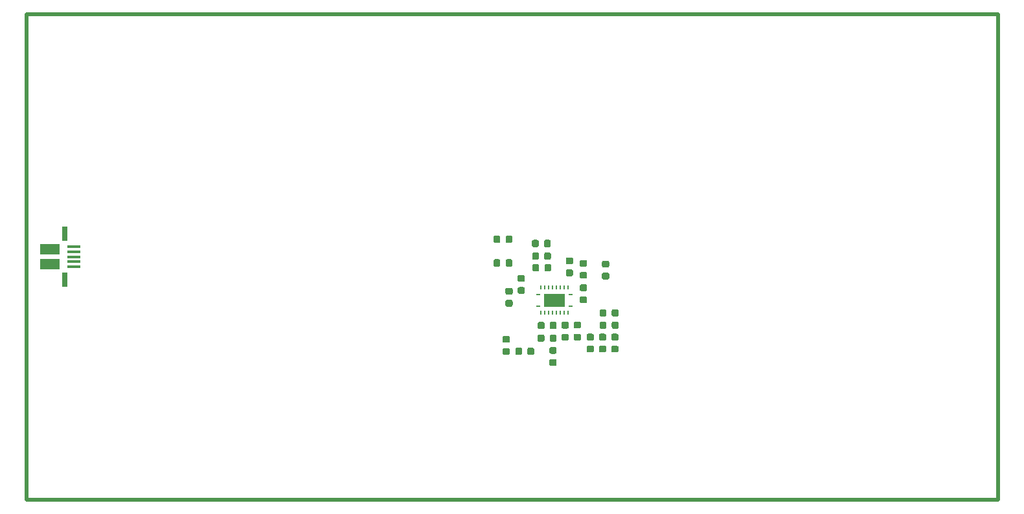
<source format=gbp>
G04 #@! TF.GenerationSoftware,KiCad,Pcbnew,(5.1.5)-3*
G04 #@! TF.CreationDate,2020-03-04T17:17:07-08:00*
G04 #@! TF.ProjectId,tail,7461696c-2e6b-4696-9361-645f70636258,rev?*
G04 #@! TF.SameCoordinates,Original*
G04 #@! TF.FileFunction,Paste,Bot*
G04 #@! TF.FilePolarity,Positive*
%FSLAX46Y46*%
G04 Gerber Fmt 4.6, Leading zero omitted, Abs format (unit mm)*
G04 Created by KiCad (PCBNEW (5.1.5)-3) date 2020-03-04 17:17:07*
%MOMM*%
%LPD*%
G04 APERTURE LIST*
%ADD10C,0.508000*%
%ADD11C,0.152400*%
%ADD12R,2.500000X1.425000*%
%ADD13R,0.700000X1.825000*%
%ADD14R,1.750000X0.400000*%
%ADD15R,0.599999X0.240000*%
%ADD16R,0.240000X0.599999*%
%ADD17R,2.700000X1.699999*%
%ADD18C,0.100000*%
G04 APERTURE END LIST*
D10*
X76200000Y-63500000D02*
X76200000Y-127000000D01*
X203200000Y-63500000D02*
X76200000Y-63500000D01*
X203200000Y-127000000D02*
X203200000Y-63500000D01*
X76200000Y-127000000D02*
X203200000Y-127000000D01*
D11*
X146513004Y-100127001D02*
X146513004Y-101675999D01*
X146513004Y-101675999D02*
X145325002Y-101675999D01*
X145325002Y-101675999D02*
X145325002Y-100127001D01*
X145325002Y-100127001D02*
X146513004Y-100127001D01*
X145125000Y-100127001D02*
X145125000Y-101675999D01*
X145125000Y-101675999D02*
X143936999Y-101675999D01*
X143936999Y-101675999D02*
X143936999Y-100127001D01*
X143936999Y-100127001D02*
X145125000Y-100127001D01*
D12*
X79300000Y-94200000D03*
D13*
X81260000Y-98190000D03*
D14*
X82375000Y-96500000D03*
X82375000Y-95850000D03*
X82375000Y-95200000D03*
X82375000Y-94550000D03*
X82375000Y-93900000D03*
D13*
X81260000Y-92210000D03*
D12*
X79300000Y-96200000D03*
D15*
X147375001Y-101651501D03*
D16*
X146974999Y-102551499D03*
X146475000Y-102551499D03*
X145974998Y-102551499D03*
X145475000Y-102551499D03*
X144974998Y-102551499D03*
X144474999Y-102551499D03*
X143975000Y-102551499D03*
X143475001Y-102551499D03*
D15*
X143074999Y-101651501D03*
X143074999Y-100151499D03*
D16*
X143475001Y-99251501D03*
X143975000Y-99251501D03*
X144475002Y-99251501D03*
X144975000Y-99251501D03*
X145475002Y-99251501D03*
X145975001Y-99251501D03*
X146475000Y-99251501D03*
X146975002Y-99251501D03*
D15*
X147375001Y-100151499D03*
D17*
X145225000Y-100901500D03*
D18*
G36*
X144602691Y-96173053D02*
G01*
X144623926Y-96176203D01*
X144644750Y-96181419D01*
X144664962Y-96188651D01*
X144684368Y-96197830D01*
X144702781Y-96208866D01*
X144720024Y-96221654D01*
X144735930Y-96236070D01*
X144750346Y-96251976D01*
X144763134Y-96269219D01*
X144774170Y-96287632D01*
X144783349Y-96307038D01*
X144790581Y-96327250D01*
X144795797Y-96348074D01*
X144798947Y-96369309D01*
X144800000Y-96390750D01*
X144800000Y-96903250D01*
X144798947Y-96924691D01*
X144795797Y-96945926D01*
X144790581Y-96966750D01*
X144783349Y-96986962D01*
X144774170Y-97006368D01*
X144763134Y-97024781D01*
X144750346Y-97042024D01*
X144735930Y-97057930D01*
X144720024Y-97072346D01*
X144702781Y-97085134D01*
X144684368Y-97096170D01*
X144664962Y-97105349D01*
X144644750Y-97112581D01*
X144623926Y-97117797D01*
X144602691Y-97120947D01*
X144581250Y-97122000D01*
X144143750Y-97122000D01*
X144122309Y-97120947D01*
X144101074Y-97117797D01*
X144080250Y-97112581D01*
X144060038Y-97105349D01*
X144040632Y-97096170D01*
X144022219Y-97085134D01*
X144004976Y-97072346D01*
X143989070Y-97057930D01*
X143974654Y-97042024D01*
X143961866Y-97024781D01*
X143950830Y-97006368D01*
X143941651Y-96986962D01*
X143934419Y-96966750D01*
X143929203Y-96945926D01*
X143926053Y-96924691D01*
X143925000Y-96903250D01*
X143925000Y-96390750D01*
X143926053Y-96369309D01*
X143929203Y-96348074D01*
X143934419Y-96327250D01*
X143941651Y-96307038D01*
X143950830Y-96287632D01*
X143961866Y-96269219D01*
X143974654Y-96251976D01*
X143989070Y-96236070D01*
X144004976Y-96221654D01*
X144022219Y-96208866D01*
X144040632Y-96197830D01*
X144060038Y-96188651D01*
X144080250Y-96181419D01*
X144101074Y-96176203D01*
X144122309Y-96173053D01*
X144143750Y-96172000D01*
X144581250Y-96172000D01*
X144602691Y-96173053D01*
G37*
G36*
X143027691Y-96173053D02*
G01*
X143048926Y-96176203D01*
X143069750Y-96181419D01*
X143089962Y-96188651D01*
X143109368Y-96197830D01*
X143127781Y-96208866D01*
X143145024Y-96221654D01*
X143160930Y-96236070D01*
X143175346Y-96251976D01*
X143188134Y-96269219D01*
X143199170Y-96287632D01*
X143208349Y-96307038D01*
X143215581Y-96327250D01*
X143220797Y-96348074D01*
X143223947Y-96369309D01*
X143225000Y-96390750D01*
X143225000Y-96903250D01*
X143223947Y-96924691D01*
X143220797Y-96945926D01*
X143215581Y-96966750D01*
X143208349Y-96986962D01*
X143199170Y-97006368D01*
X143188134Y-97024781D01*
X143175346Y-97042024D01*
X143160930Y-97057930D01*
X143145024Y-97072346D01*
X143127781Y-97085134D01*
X143109368Y-97096170D01*
X143089962Y-97105349D01*
X143069750Y-97112581D01*
X143048926Y-97117797D01*
X143027691Y-97120947D01*
X143006250Y-97122000D01*
X142568750Y-97122000D01*
X142547309Y-97120947D01*
X142526074Y-97117797D01*
X142505250Y-97112581D01*
X142485038Y-97105349D01*
X142465632Y-97096170D01*
X142447219Y-97085134D01*
X142429976Y-97072346D01*
X142414070Y-97057930D01*
X142399654Y-97042024D01*
X142386866Y-97024781D01*
X142375830Y-97006368D01*
X142366651Y-96986962D01*
X142359419Y-96966750D01*
X142354203Y-96945926D01*
X142351053Y-96924691D01*
X142350000Y-96903250D01*
X142350000Y-96390750D01*
X142351053Y-96369309D01*
X142354203Y-96348074D01*
X142359419Y-96327250D01*
X142366651Y-96307038D01*
X142375830Y-96287632D01*
X142386866Y-96269219D01*
X142399654Y-96251976D01*
X142414070Y-96236070D01*
X142429976Y-96221654D01*
X142447219Y-96208866D01*
X142465632Y-96197830D01*
X142485038Y-96188651D01*
X142505250Y-96181419D01*
X142526074Y-96176203D01*
X142547309Y-96173053D01*
X142568750Y-96172000D01*
X143006250Y-96172000D01*
X143027691Y-96173053D01*
G37*
G36*
X145327691Y-107026053D02*
G01*
X145348926Y-107029203D01*
X145369750Y-107034419D01*
X145389962Y-107041651D01*
X145409368Y-107050830D01*
X145427781Y-107061866D01*
X145445024Y-107074654D01*
X145460930Y-107089070D01*
X145475346Y-107104976D01*
X145488134Y-107122219D01*
X145499170Y-107140632D01*
X145508349Y-107160038D01*
X145515581Y-107180250D01*
X145520797Y-107201074D01*
X145523947Y-107222309D01*
X145525000Y-107243750D01*
X145525000Y-107681250D01*
X145523947Y-107702691D01*
X145520797Y-107723926D01*
X145515581Y-107744750D01*
X145508349Y-107764962D01*
X145499170Y-107784368D01*
X145488134Y-107802781D01*
X145475346Y-107820024D01*
X145460930Y-107835930D01*
X145445024Y-107850346D01*
X145427781Y-107863134D01*
X145409368Y-107874170D01*
X145389962Y-107883349D01*
X145369750Y-107890581D01*
X145348926Y-107895797D01*
X145327691Y-107898947D01*
X145306250Y-107900000D01*
X144793750Y-107900000D01*
X144772309Y-107898947D01*
X144751074Y-107895797D01*
X144730250Y-107890581D01*
X144710038Y-107883349D01*
X144690632Y-107874170D01*
X144672219Y-107863134D01*
X144654976Y-107850346D01*
X144639070Y-107835930D01*
X144624654Y-107820024D01*
X144611866Y-107802781D01*
X144600830Y-107784368D01*
X144591651Y-107764962D01*
X144584419Y-107744750D01*
X144579203Y-107723926D01*
X144576053Y-107702691D01*
X144575000Y-107681250D01*
X144575000Y-107243750D01*
X144576053Y-107222309D01*
X144579203Y-107201074D01*
X144584419Y-107180250D01*
X144591651Y-107160038D01*
X144600830Y-107140632D01*
X144611866Y-107122219D01*
X144624654Y-107104976D01*
X144639070Y-107089070D01*
X144654976Y-107074654D01*
X144672219Y-107061866D01*
X144690632Y-107050830D01*
X144710038Y-107041651D01*
X144730250Y-107034419D01*
X144751074Y-107029203D01*
X144772309Y-107026053D01*
X144793750Y-107025000D01*
X145306250Y-107025000D01*
X145327691Y-107026053D01*
G37*
G36*
X145327691Y-108601053D02*
G01*
X145348926Y-108604203D01*
X145369750Y-108609419D01*
X145389962Y-108616651D01*
X145409368Y-108625830D01*
X145427781Y-108636866D01*
X145445024Y-108649654D01*
X145460930Y-108664070D01*
X145475346Y-108679976D01*
X145488134Y-108697219D01*
X145499170Y-108715632D01*
X145508349Y-108735038D01*
X145515581Y-108755250D01*
X145520797Y-108776074D01*
X145523947Y-108797309D01*
X145525000Y-108818750D01*
X145525000Y-109256250D01*
X145523947Y-109277691D01*
X145520797Y-109298926D01*
X145515581Y-109319750D01*
X145508349Y-109339962D01*
X145499170Y-109359368D01*
X145488134Y-109377781D01*
X145475346Y-109395024D01*
X145460930Y-109410930D01*
X145445024Y-109425346D01*
X145427781Y-109438134D01*
X145409368Y-109449170D01*
X145389962Y-109458349D01*
X145369750Y-109465581D01*
X145348926Y-109470797D01*
X145327691Y-109473947D01*
X145306250Y-109475000D01*
X144793750Y-109475000D01*
X144772309Y-109473947D01*
X144751074Y-109470797D01*
X144730250Y-109465581D01*
X144710038Y-109458349D01*
X144690632Y-109449170D01*
X144672219Y-109438134D01*
X144654976Y-109425346D01*
X144639070Y-109410930D01*
X144624654Y-109395024D01*
X144611866Y-109377781D01*
X144600830Y-109359368D01*
X144591651Y-109339962D01*
X144584419Y-109319750D01*
X144579203Y-109298926D01*
X144576053Y-109277691D01*
X144575000Y-109256250D01*
X144575000Y-108818750D01*
X144576053Y-108797309D01*
X144579203Y-108776074D01*
X144584419Y-108755250D01*
X144591651Y-108735038D01*
X144600830Y-108715632D01*
X144611866Y-108697219D01*
X144624654Y-108679976D01*
X144639070Y-108664070D01*
X144654976Y-108649654D01*
X144672219Y-108636866D01*
X144690632Y-108625830D01*
X144710038Y-108616651D01*
X144730250Y-108609419D01*
X144751074Y-108604203D01*
X144772309Y-108601053D01*
X144793750Y-108600000D01*
X145306250Y-108600000D01*
X145327691Y-108601053D01*
G37*
G36*
X139202691Y-105576053D02*
G01*
X139223926Y-105579203D01*
X139244750Y-105584419D01*
X139264962Y-105591651D01*
X139284368Y-105600830D01*
X139302781Y-105611866D01*
X139320024Y-105624654D01*
X139335930Y-105639070D01*
X139350346Y-105654976D01*
X139363134Y-105672219D01*
X139374170Y-105690632D01*
X139383349Y-105710038D01*
X139390581Y-105730250D01*
X139395797Y-105751074D01*
X139398947Y-105772309D01*
X139400000Y-105793750D01*
X139400000Y-106231250D01*
X139398947Y-106252691D01*
X139395797Y-106273926D01*
X139390581Y-106294750D01*
X139383349Y-106314962D01*
X139374170Y-106334368D01*
X139363134Y-106352781D01*
X139350346Y-106370024D01*
X139335930Y-106385930D01*
X139320024Y-106400346D01*
X139302781Y-106413134D01*
X139284368Y-106424170D01*
X139264962Y-106433349D01*
X139244750Y-106440581D01*
X139223926Y-106445797D01*
X139202691Y-106448947D01*
X139181250Y-106450000D01*
X138668750Y-106450000D01*
X138647309Y-106448947D01*
X138626074Y-106445797D01*
X138605250Y-106440581D01*
X138585038Y-106433349D01*
X138565632Y-106424170D01*
X138547219Y-106413134D01*
X138529976Y-106400346D01*
X138514070Y-106385930D01*
X138499654Y-106370024D01*
X138486866Y-106352781D01*
X138475830Y-106334368D01*
X138466651Y-106314962D01*
X138459419Y-106294750D01*
X138454203Y-106273926D01*
X138451053Y-106252691D01*
X138450000Y-106231250D01*
X138450000Y-105793750D01*
X138451053Y-105772309D01*
X138454203Y-105751074D01*
X138459419Y-105730250D01*
X138466651Y-105710038D01*
X138475830Y-105690632D01*
X138486866Y-105672219D01*
X138499654Y-105654976D01*
X138514070Y-105639070D01*
X138529976Y-105624654D01*
X138547219Y-105611866D01*
X138565632Y-105600830D01*
X138585038Y-105591651D01*
X138605250Y-105584419D01*
X138626074Y-105579203D01*
X138647309Y-105576053D01*
X138668750Y-105575000D01*
X139181250Y-105575000D01*
X139202691Y-105576053D01*
G37*
G36*
X139202691Y-107151053D02*
G01*
X139223926Y-107154203D01*
X139244750Y-107159419D01*
X139264962Y-107166651D01*
X139284368Y-107175830D01*
X139302781Y-107186866D01*
X139320024Y-107199654D01*
X139335930Y-107214070D01*
X139350346Y-107229976D01*
X139363134Y-107247219D01*
X139374170Y-107265632D01*
X139383349Y-107285038D01*
X139390581Y-107305250D01*
X139395797Y-107326074D01*
X139398947Y-107347309D01*
X139400000Y-107368750D01*
X139400000Y-107806250D01*
X139398947Y-107827691D01*
X139395797Y-107848926D01*
X139390581Y-107869750D01*
X139383349Y-107889962D01*
X139374170Y-107909368D01*
X139363134Y-107927781D01*
X139350346Y-107945024D01*
X139335930Y-107960930D01*
X139320024Y-107975346D01*
X139302781Y-107988134D01*
X139284368Y-107999170D01*
X139264962Y-108008349D01*
X139244750Y-108015581D01*
X139223926Y-108020797D01*
X139202691Y-108023947D01*
X139181250Y-108025000D01*
X138668750Y-108025000D01*
X138647309Y-108023947D01*
X138626074Y-108020797D01*
X138605250Y-108015581D01*
X138585038Y-108008349D01*
X138565632Y-107999170D01*
X138547219Y-107988134D01*
X138529976Y-107975346D01*
X138514070Y-107960930D01*
X138499654Y-107945024D01*
X138486866Y-107927781D01*
X138475830Y-107909368D01*
X138466651Y-107889962D01*
X138459419Y-107869750D01*
X138454203Y-107848926D01*
X138451053Y-107827691D01*
X138450000Y-107806250D01*
X138450000Y-107368750D01*
X138451053Y-107347309D01*
X138454203Y-107326074D01*
X138459419Y-107305250D01*
X138466651Y-107285038D01*
X138475830Y-107265632D01*
X138486866Y-107247219D01*
X138499654Y-107229976D01*
X138514070Y-107214070D01*
X138529976Y-107199654D01*
X138547219Y-107186866D01*
X138565632Y-107175830D01*
X138585038Y-107166651D01*
X138605250Y-107159419D01*
X138626074Y-107154203D01*
X138647309Y-107151053D01*
X138668750Y-107150000D01*
X139181250Y-107150000D01*
X139202691Y-107151053D01*
G37*
G36*
X143727691Y-103726053D02*
G01*
X143748926Y-103729203D01*
X143769750Y-103734419D01*
X143789962Y-103741651D01*
X143809368Y-103750830D01*
X143827781Y-103761866D01*
X143845024Y-103774654D01*
X143860930Y-103789070D01*
X143875346Y-103804976D01*
X143888134Y-103822219D01*
X143899170Y-103840632D01*
X143908349Y-103860038D01*
X143915581Y-103880250D01*
X143920797Y-103901074D01*
X143923947Y-103922309D01*
X143925000Y-103943750D01*
X143925000Y-104456250D01*
X143923947Y-104477691D01*
X143920797Y-104498926D01*
X143915581Y-104519750D01*
X143908349Y-104539962D01*
X143899170Y-104559368D01*
X143888134Y-104577781D01*
X143875346Y-104595024D01*
X143860930Y-104610930D01*
X143845024Y-104625346D01*
X143827781Y-104638134D01*
X143809368Y-104649170D01*
X143789962Y-104658349D01*
X143769750Y-104665581D01*
X143748926Y-104670797D01*
X143727691Y-104673947D01*
X143706250Y-104675000D01*
X143268750Y-104675000D01*
X143247309Y-104673947D01*
X143226074Y-104670797D01*
X143205250Y-104665581D01*
X143185038Y-104658349D01*
X143165632Y-104649170D01*
X143147219Y-104638134D01*
X143129976Y-104625346D01*
X143114070Y-104610930D01*
X143099654Y-104595024D01*
X143086866Y-104577781D01*
X143075830Y-104559368D01*
X143066651Y-104539962D01*
X143059419Y-104519750D01*
X143054203Y-104498926D01*
X143051053Y-104477691D01*
X143050000Y-104456250D01*
X143050000Y-103943750D01*
X143051053Y-103922309D01*
X143054203Y-103901074D01*
X143059419Y-103880250D01*
X143066651Y-103860038D01*
X143075830Y-103840632D01*
X143086866Y-103822219D01*
X143099654Y-103804976D01*
X143114070Y-103789070D01*
X143129976Y-103774654D01*
X143147219Y-103761866D01*
X143165632Y-103750830D01*
X143185038Y-103741651D01*
X143205250Y-103734419D01*
X143226074Y-103729203D01*
X143247309Y-103726053D01*
X143268750Y-103725000D01*
X143706250Y-103725000D01*
X143727691Y-103726053D01*
G37*
G36*
X145302691Y-103726053D02*
G01*
X145323926Y-103729203D01*
X145344750Y-103734419D01*
X145364962Y-103741651D01*
X145384368Y-103750830D01*
X145402781Y-103761866D01*
X145420024Y-103774654D01*
X145435930Y-103789070D01*
X145450346Y-103804976D01*
X145463134Y-103822219D01*
X145474170Y-103840632D01*
X145483349Y-103860038D01*
X145490581Y-103880250D01*
X145495797Y-103901074D01*
X145498947Y-103922309D01*
X145500000Y-103943750D01*
X145500000Y-104456250D01*
X145498947Y-104477691D01*
X145495797Y-104498926D01*
X145490581Y-104519750D01*
X145483349Y-104539962D01*
X145474170Y-104559368D01*
X145463134Y-104577781D01*
X145450346Y-104595024D01*
X145435930Y-104610930D01*
X145420024Y-104625346D01*
X145402781Y-104638134D01*
X145384368Y-104649170D01*
X145364962Y-104658349D01*
X145344750Y-104665581D01*
X145323926Y-104670797D01*
X145302691Y-104673947D01*
X145281250Y-104675000D01*
X144843750Y-104675000D01*
X144822309Y-104673947D01*
X144801074Y-104670797D01*
X144780250Y-104665581D01*
X144760038Y-104658349D01*
X144740632Y-104649170D01*
X144722219Y-104638134D01*
X144704976Y-104625346D01*
X144689070Y-104610930D01*
X144674654Y-104595024D01*
X144661866Y-104577781D01*
X144650830Y-104559368D01*
X144641651Y-104539962D01*
X144634419Y-104519750D01*
X144629203Y-104498926D01*
X144626053Y-104477691D01*
X144625000Y-104456250D01*
X144625000Y-103943750D01*
X144626053Y-103922309D01*
X144629203Y-103901074D01*
X144634419Y-103880250D01*
X144641651Y-103860038D01*
X144650830Y-103840632D01*
X144661866Y-103822219D01*
X144674654Y-103804976D01*
X144689070Y-103789070D01*
X144704976Y-103774654D01*
X144722219Y-103761866D01*
X144740632Y-103750830D01*
X144760038Y-103741651D01*
X144780250Y-103734419D01*
X144801074Y-103729203D01*
X144822309Y-103726053D01*
X144843750Y-103725000D01*
X145281250Y-103725000D01*
X145302691Y-103726053D01*
G37*
G36*
X143727691Y-105376053D02*
G01*
X143748926Y-105379203D01*
X143769750Y-105384419D01*
X143789962Y-105391651D01*
X143809368Y-105400830D01*
X143827781Y-105411866D01*
X143845024Y-105424654D01*
X143860930Y-105439070D01*
X143875346Y-105454976D01*
X143888134Y-105472219D01*
X143899170Y-105490632D01*
X143908349Y-105510038D01*
X143915581Y-105530250D01*
X143920797Y-105551074D01*
X143923947Y-105572309D01*
X143925000Y-105593750D01*
X143925000Y-106106250D01*
X143923947Y-106127691D01*
X143920797Y-106148926D01*
X143915581Y-106169750D01*
X143908349Y-106189962D01*
X143899170Y-106209368D01*
X143888134Y-106227781D01*
X143875346Y-106245024D01*
X143860930Y-106260930D01*
X143845024Y-106275346D01*
X143827781Y-106288134D01*
X143809368Y-106299170D01*
X143789962Y-106308349D01*
X143769750Y-106315581D01*
X143748926Y-106320797D01*
X143727691Y-106323947D01*
X143706250Y-106325000D01*
X143268750Y-106325000D01*
X143247309Y-106323947D01*
X143226074Y-106320797D01*
X143205250Y-106315581D01*
X143185038Y-106308349D01*
X143165632Y-106299170D01*
X143147219Y-106288134D01*
X143129976Y-106275346D01*
X143114070Y-106260930D01*
X143099654Y-106245024D01*
X143086866Y-106227781D01*
X143075830Y-106209368D01*
X143066651Y-106189962D01*
X143059419Y-106169750D01*
X143054203Y-106148926D01*
X143051053Y-106127691D01*
X143050000Y-106106250D01*
X143050000Y-105593750D01*
X143051053Y-105572309D01*
X143054203Y-105551074D01*
X143059419Y-105530250D01*
X143066651Y-105510038D01*
X143075830Y-105490632D01*
X143086866Y-105472219D01*
X143099654Y-105454976D01*
X143114070Y-105439070D01*
X143129976Y-105424654D01*
X143147219Y-105411866D01*
X143165632Y-105400830D01*
X143185038Y-105391651D01*
X143205250Y-105384419D01*
X143226074Y-105379203D01*
X143247309Y-105376053D01*
X143268750Y-105375000D01*
X143706250Y-105375000D01*
X143727691Y-105376053D01*
G37*
G36*
X145302691Y-105376053D02*
G01*
X145323926Y-105379203D01*
X145344750Y-105384419D01*
X145364962Y-105391651D01*
X145384368Y-105400830D01*
X145402781Y-105411866D01*
X145420024Y-105424654D01*
X145435930Y-105439070D01*
X145450346Y-105454976D01*
X145463134Y-105472219D01*
X145474170Y-105490632D01*
X145483349Y-105510038D01*
X145490581Y-105530250D01*
X145495797Y-105551074D01*
X145498947Y-105572309D01*
X145500000Y-105593750D01*
X145500000Y-106106250D01*
X145498947Y-106127691D01*
X145495797Y-106148926D01*
X145490581Y-106169750D01*
X145483349Y-106189962D01*
X145474170Y-106209368D01*
X145463134Y-106227781D01*
X145450346Y-106245024D01*
X145435930Y-106260930D01*
X145420024Y-106275346D01*
X145402781Y-106288134D01*
X145384368Y-106299170D01*
X145364962Y-106308349D01*
X145344750Y-106315581D01*
X145323926Y-106320797D01*
X145302691Y-106323947D01*
X145281250Y-106325000D01*
X144843750Y-106325000D01*
X144822309Y-106323947D01*
X144801074Y-106320797D01*
X144780250Y-106315581D01*
X144760038Y-106308349D01*
X144740632Y-106299170D01*
X144722219Y-106288134D01*
X144704976Y-106275346D01*
X144689070Y-106260930D01*
X144674654Y-106245024D01*
X144661866Y-106227781D01*
X144650830Y-106209368D01*
X144641651Y-106189962D01*
X144634419Y-106169750D01*
X144629203Y-106148926D01*
X144626053Y-106127691D01*
X144625000Y-106106250D01*
X144625000Y-105593750D01*
X144626053Y-105572309D01*
X144629203Y-105551074D01*
X144634419Y-105530250D01*
X144641651Y-105510038D01*
X144650830Y-105490632D01*
X144661866Y-105472219D01*
X144674654Y-105454976D01*
X144689070Y-105439070D01*
X144704976Y-105424654D01*
X144722219Y-105411866D01*
X144740632Y-105400830D01*
X144760038Y-105391651D01*
X144780250Y-105384419D01*
X144801074Y-105379203D01*
X144822309Y-105376053D01*
X144843750Y-105375000D01*
X145281250Y-105375000D01*
X145302691Y-105376053D01*
G37*
G36*
X141177691Y-99176053D02*
G01*
X141198926Y-99179203D01*
X141219750Y-99184419D01*
X141239962Y-99191651D01*
X141259368Y-99200830D01*
X141277781Y-99211866D01*
X141295024Y-99224654D01*
X141310930Y-99239070D01*
X141325346Y-99254976D01*
X141338134Y-99272219D01*
X141349170Y-99290632D01*
X141358349Y-99310038D01*
X141365581Y-99330250D01*
X141370797Y-99351074D01*
X141373947Y-99372309D01*
X141375000Y-99393750D01*
X141375000Y-99831250D01*
X141373947Y-99852691D01*
X141370797Y-99873926D01*
X141365581Y-99894750D01*
X141358349Y-99914962D01*
X141349170Y-99934368D01*
X141338134Y-99952781D01*
X141325346Y-99970024D01*
X141310930Y-99985930D01*
X141295024Y-100000346D01*
X141277781Y-100013134D01*
X141259368Y-100024170D01*
X141239962Y-100033349D01*
X141219750Y-100040581D01*
X141198926Y-100045797D01*
X141177691Y-100048947D01*
X141156250Y-100050000D01*
X140643750Y-100050000D01*
X140622309Y-100048947D01*
X140601074Y-100045797D01*
X140580250Y-100040581D01*
X140560038Y-100033349D01*
X140540632Y-100024170D01*
X140522219Y-100013134D01*
X140504976Y-100000346D01*
X140489070Y-99985930D01*
X140474654Y-99970024D01*
X140461866Y-99952781D01*
X140450830Y-99934368D01*
X140441651Y-99914962D01*
X140434419Y-99894750D01*
X140429203Y-99873926D01*
X140426053Y-99852691D01*
X140425000Y-99831250D01*
X140425000Y-99393750D01*
X140426053Y-99372309D01*
X140429203Y-99351074D01*
X140434419Y-99330250D01*
X140441651Y-99310038D01*
X140450830Y-99290632D01*
X140461866Y-99272219D01*
X140474654Y-99254976D01*
X140489070Y-99239070D01*
X140504976Y-99224654D01*
X140522219Y-99211866D01*
X140540632Y-99200830D01*
X140560038Y-99191651D01*
X140580250Y-99184419D01*
X140601074Y-99179203D01*
X140622309Y-99176053D01*
X140643750Y-99175000D01*
X141156250Y-99175000D01*
X141177691Y-99176053D01*
G37*
G36*
X141177691Y-97601053D02*
G01*
X141198926Y-97604203D01*
X141219750Y-97609419D01*
X141239962Y-97616651D01*
X141259368Y-97625830D01*
X141277781Y-97636866D01*
X141295024Y-97649654D01*
X141310930Y-97664070D01*
X141325346Y-97679976D01*
X141338134Y-97697219D01*
X141349170Y-97715632D01*
X141358349Y-97735038D01*
X141365581Y-97755250D01*
X141370797Y-97776074D01*
X141373947Y-97797309D01*
X141375000Y-97818750D01*
X141375000Y-98256250D01*
X141373947Y-98277691D01*
X141370797Y-98298926D01*
X141365581Y-98319750D01*
X141358349Y-98339962D01*
X141349170Y-98359368D01*
X141338134Y-98377781D01*
X141325346Y-98395024D01*
X141310930Y-98410930D01*
X141295024Y-98425346D01*
X141277781Y-98438134D01*
X141259368Y-98449170D01*
X141239962Y-98458349D01*
X141219750Y-98465581D01*
X141198926Y-98470797D01*
X141177691Y-98473947D01*
X141156250Y-98475000D01*
X140643750Y-98475000D01*
X140622309Y-98473947D01*
X140601074Y-98470797D01*
X140580250Y-98465581D01*
X140560038Y-98458349D01*
X140540632Y-98449170D01*
X140522219Y-98438134D01*
X140504976Y-98425346D01*
X140489070Y-98410930D01*
X140474654Y-98395024D01*
X140461866Y-98377781D01*
X140450830Y-98359368D01*
X140441651Y-98339962D01*
X140434419Y-98319750D01*
X140429203Y-98298926D01*
X140426053Y-98277691D01*
X140425000Y-98256250D01*
X140425000Y-97818750D01*
X140426053Y-97797309D01*
X140429203Y-97776074D01*
X140434419Y-97755250D01*
X140441651Y-97735038D01*
X140450830Y-97715632D01*
X140461866Y-97697219D01*
X140474654Y-97679976D01*
X140489070Y-97664070D01*
X140504976Y-97649654D01*
X140522219Y-97636866D01*
X140540632Y-97625830D01*
X140560038Y-97616651D01*
X140580250Y-97609419D01*
X140601074Y-97604203D01*
X140622309Y-97601053D01*
X140643750Y-97600000D01*
X141156250Y-97600000D01*
X141177691Y-97601053D01*
G37*
G36*
X137952691Y-95538053D02*
G01*
X137973926Y-95541203D01*
X137994750Y-95546419D01*
X138014962Y-95553651D01*
X138034368Y-95562830D01*
X138052781Y-95573866D01*
X138070024Y-95586654D01*
X138085930Y-95601070D01*
X138100346Y-95616976D01*
X138113134Y-95634219D01*
X138124170Y-95652632D01*
X138133349Y-95672038D01*
X138140581Y-95692250D01*
X138145797Y-95713074D01*
X138148947Y-95734309D01*
X138150000Y-95755750D01*
X138150000Y-96268250D01*
X138148947Y-96289691D01*
X138145797Y-96310926D01*
X138140581Y-96331750D01*
X138133349Y-96351962D01*
X138124170Y-96371368D01*
X138113134Y-96389781D01*
X138100346Y-96407024D01*
X138085930Y-96422930D01*
X138070024Y-96437346D01*
X138052781Y-96450134D01*
X138034368Y-96461170D01*
X138014962Y-96470349D01*
X137994750Y-96477581D01*
X137973926Y-96482797D01*
X137952691Y-96485947D01*
X137931250Y-96487000D01*
X137493750Y-96487000D01*
X137472309Y-96485947D01*
X137451074Y-96482797D01*
X137430250Y-96477581D01*
X137410038Y-96470349D01*
X137390632Y-96461170D01*
X137372219Y-96450134D01*
X137354976Y-96437346D01*
X137339070Y-96422930D01*
X137324654Y-96407024D01*
X137311866Y-96389781D01*
X137300830Y-96371368D01*
X137291651Y-96351962D01*
X137284419Y-96331750D01*
X137279203Y-96310926D01*
X137276053Y-96289691D01*
X137275000Y-96268250D01*
X137275000Y-95755750D01*
X137276053Y-95734309D01*
X137279203Y-95713074D01*
X137284419Y-95692250D01*
X137291651Y-95672038D01*
X137300830Y-95652632D01*
X137311866Y-95634219D01*
X137324654Y-95616976D01*
X137339070Y-95601070D01*
X137354976Y-95586654D01*
X137372219Y-95573866D01*
X137390632Y-95562830D01*
X137410038Y-95553651D01*
X137430250Y-95546419D01*
X137451074Y-95541203D01*
X137472309Y-95538053D01*
X137493750Y-95537000D01*
X137931250Y-95537000D01*
X137952691Y-95538053D01*
G37*
G36*
X139527691Y-95538053D02*
G01*
X139548926Y-95541203D01*
X139569750Y-95546419D01*
X139589962Y-95553651D01*
X139609368Y-95562830D01*
X139627781Y-95573866D01*
X139645024Y-95586654D01*
X139660930Y-95601070D01*
X139675346Y-95616976D01*
X139688134Y-95634219D01*
X139699170Y-95652632D01*
X139708349Y-95672038D01*
X139715581Y-95692250D01*
X139720797Y-95713074D01*
X139723947Y-95734309D01*
X139725000Y-95755750D01*
X139725000Y-96268250D01*
X139723947Y-96289691D01*
X139720797Y-96310926D01*
X139715581Y-96331750D01*
X139708349Y-96351962D01*
X139699170Y-96371368D01*
X139688134Y-96389781D01*
X139675346Y-96407024D01*
X139660930Y-96422930D01*
X139645024Y-96437346D01*
X139627781Y-96450134D01*
X139609368Y-96461170D01*
X139589962Y-96470349D01*
X139569750Y-96477581D01*
X139548926Y-96482797D01*
X139527691Y-96485947D01*
X139506250Y-96487000D01*
X139068750Y-96487000D01*
X139047309Y-96485947D01*
X139026074Y-96482797D01*
X139005250Y-96477581D01*
X138985038Y-96470349D01*
X138965632Y-96461170D01*
X138947219Y-96450134D01*
X138929976Y-96437346D01*
X138914070Y-96422930D01*
X138899654Y-96407024D01*
X138886866Y-96389781D01*
X138875830Y-96371368D01*
X138866651Y-96351962D01*
X138859419Y-96331750D01*
X138854203Y-96310926D01*
X138851053Y-96289691D01*
X138850000Y-96268250D01*
X138850000Y-95755750D01*
X138851053Y-95734309D01*
X138854203Y-95713074D01*
X138859419Y-95692250D01*
X138866651Y-95672038D01*
X138875830Y-95652632D01*
X138886866Y-95634219D01*
X138899654Y-95616976D01*
X138914070Y-95601070D01*
X138929976Y-95586654D01*
X138947219Y-95573866D01*
X138965632Y-95562830D01*
X138985038Y-95553651D01*
X139005250Y-95546419D01*
X139026074Y-95541203D01*
X139047309Y-95538053D01*
X139068750Y-95537000D01*
X139506250Y-95537000D01*
X139527691Y-95538053D01*
G37*
G36*
X137952691Y-92451053D02*
G01*
X137973926Y-92454203D01*
X137994750Y-92459419D01*
X138014962Y-92466651D01*
X138034368Y-92475830D01*
X138052781Y-92486866D01*
X138070024Y-92499654D01*
X138085930Y-92514070D01*
X138100346Y-92529976D01*
X138113134Y-92547219D01*
X138124170Y-92565632D01*
X138133349Y-92585038D01*
X138140581Y-92605250D01*
X138145797Y-92626074D01*
X138148947Y-92647309D01*
X138150000Y-92668750D01*
X138150000Y-93181250D01*
X138148947Y-93202691D01*
X138145797Y-93223926D01*
X138140581Y-93244750D01*
X138133349Y-93264962D01*
X138124170Y-93284368D01*
X138113134Y-93302781D01*
X138100346Y-93320024D01*
X138085930Y-93335930D01*
X138070024Y-93350346D01*
X138052781Y-93363134D01*
X138034368Y-93374170D01*
X138014962Y-93383349D01*
X137994750Y-93390581D01*
X137973926Y-93395797D01*
X137952691Y-93398947D01*
X137931250Y-93400000D01*
X137493750Y-93400000D01*
X137472309Y-93398947D01*
X137451074Y-93395797D01*
X137430250Y-93390581D01*
X137410038Y-93383349D01*
X137390632Y-93374170D01*
X137372219Y-93363134D01*
X137354976Y-93350346D01*
X137339070Y-93335930D01*
X137324654Y-93320024D01*
X137311866Y-93302781D01*
X137300830Y-93284368D01*
X137291651Y-93264962D01*
X137284419Y-93244750D01*
X137279203Y-93223926D01*
X137276053Y-93202691D01*
X137275000Y-93181250D01*
X137275000Y-92668750D01*
X137276053Y-92647309D01*
X137279203Y-92626074D01*
X137284419Y-92605250D01*
X137291651Y-92585038D01*
X137300830Y-92565632D01*
X137311866Y-92547219D01*
X137324654Y-92529976D01*
X137339070Y-92514070D01*
X137354976Y-92499654D01*
X137372219Y-92486866D01*
X137390632Y-92475830D01*
X137410038Y-92466651D01*
X137430250Y-92459419D01*
X137451074Y-92454203D01*
X137472309Y-92451053D01*
X137493750Y-92450000D01*
X137931250Y-92450000D01*
X137952691Y-92451053D01*
G37*
G36*
X139527691Y-92451053D02*
G01*
X139548926Y-92454203D01*
X139569750Y-92459419D01*
X139589962Y-92466651D01*
X139609368Y-92475830D01*
X139627781Y-92486866D01*
X139645024Y-92499654D01*
X139660930Y-92514070D01*
X139675346Y-92529976D01*
X139688134Y-92547219D01*
X139699170Y-92565632D01*
X139708349Y-92585038D01*
X139715581Y-92605250D01*
X139720797Y-92626074D01*
X139723947Y-92647309D01*
X139725000Y-92668750D01*
X139725000Y-93181250D01*
X139723947Y-93202691D01*
X139720797Y-93223926D01*
X139715581Y-93244750D01*
X139708349Y-93264962D01*
X139699170Y-93284368D01*
X139688134Y-93302781D01*
X139675346Y-93320024D01*
X139660930Y-93335930D01*
X139645024Y-93350346D01*
X139627781Y-93363134D01*
X139609368Y-93374170D01*
X139589962Y-93383349D01*
X139569750Y-93390581D01*
X139548926Y-93395797D01*
X139527691Y-93398947D01*
X139506250Y-93400000D01*
X139068750Y-93400000D01*
X139047309Y-93398947D01*
X139026074Y-93395797D01*
X139005250Y-93390581D01*
X138985038Y-93383349D01*
X138965632Y-93374170D01*
X138947219Y-93363134D01*
X138929976Y-93350346D01*
X138914070Y-93335930D01*
X138899654Y-93320024D01*
X138886866Y-93302781D01*
X138875830Y-93284368D01*
X138866651Y-93264962D01*
X138859419Y-93244750D01*
X138854203Y-93223926D01*
X138851053Y-93202691D01*
X138850000Y-93181250D01*
X138850000Y-92668750D01*
X138851053Y-92647309D01*
X138854203Y-92626074D01*
X138859419Y-92605250D01*
X138866651Y-92585038D01*
X138875830Y-92565632D01*
X138886866Y-92547219D01*
X138899654Y-92529976D01*
X138914070Y-92514070D01*
X138929976Y-92499654D01*
X138947219Y-92486866D01*
X138965632Y-92475830D01*
X138985038Y-92466651D01*
X139005250Y-92459419D01*
X139026074Y-92454203D01*
X139047309Y-92451053D01*
X139068750Y-92450000D01*
X139506250Y-92450000D01*
X139527691Y-92451053D01*
G37*
G36*
X144577691Y-94649053D02*
G01*
X144598926Y-94652203D01*
X144619750Y-94657419D01*
X144639962Y-94664651D01*
X144659368Y-94673830D01*
X144677781Y-94684866D01*
X144695024Y-94697654D01*
X144710930Y-94712070D01*
X144725346Y-94727976D01*
X144738134Y-94745219D01*
X144749170Y-94763632D01*
X144758349Y-94783038D01*
X144765581Y-94803250D01*
X144770797Y-94824074D01*
X144773947Y-94845309D01*
X144775000Y-94866750D01*
X144775000Y-95379250D01*
X144773947Y-95400691D01*
X144770797Y-95421926D01*
X144765581Y-95442750D01*
X144758349Y-95462962D01*
X144749170Y-95482368D01*
X144738134Y-95500781D01*
X144725346Y-95518024D01*
X144710930Y-95533930D01*
X144695024Y-95548346D01*
X144677781Y-95561134D01*
X144659368Y-95572170D01*
X144639962Y-95581349D01*
X144619750Y-95588581D01*
X144598926Y-95593797D01*
X144577691Y-95596947D01*
X144556250Y-95598000D01*
X144118750Y-95598000D01*
X144097309Y-95596947D01*
X144076074Y-95593797D01*
X144055250Y-95588581D01*
X144035038Y-95581349D01*
X144015632Y-95572170D01*
X143997219Y-95561134D01*
X143979976Y-95548346D01*
X143964070Y-95533930D01*
X143949654Y-95518024D01*
X143936866Y-95500781D01*
X143925830Y-95482368D01*
X143916651Y-95462962D01*
X143909419Y-95442750D01*
X143904203Y-95421926D01*
X143901053Y-95400691D01*
X143900000Y-95379250D01*
X143900000Y-94866750D01*
X143901053Y-94845309D01*
X143904203Y-94824074D01*
X143909419Y-94803250D01*
X143916651Y-94783038D01*
X143925830Y-94763632D01*
X143936866Y-94745219D01*
X143949654Y-94727976D01*
X143964070Y-94712070D01*
X143979976Y-94697654D01*
X143997219Y-94684866D01*
X144015632Y-94673830D01*
X144035038Y-94664651D01*
X144055250Y-94657419D01*
X144076074Y-94652203D01*
X144097309Y-94649053D01*
X144118750Y-94648000D01*
X144556250Y-94648000D01*
X144577691Y-94649053D01*
G37*
G36*
X143002691Y-94649053D02*
G01*
X143023926Y-94652203D01*
X143044750Y-94657419D01*
X143064962Y-94664651D01*
X143084368Y-94673830D01*
X143102781Y-94684866D01*
X143120024Y-94697654D01*
X143135930Y-94712070D01*
X143150346Y-94727976D01*
X143163134Y-94745219D01*
X143174170Y-94763632D01*
X143183349Y-94783038D01*
X143190581Y-94803250D01*
X143195797Y-94824074D01*
X143198947Y-94845309D01*
X143200000Y-94866750D01*
X143200000Y-95379250D01*
X143198947Y-95400691D01*
X143195797Y-95421926D01*
X143190581Y-95442750D01*
X143183349Y-95462962D01*
X143174170Y-95482368D01*
X143163134Y-95500781D01*
X143150346Y-95518024D01*
X143135930Y-95533930D01*
X143120024Y-95548346D01*
X143102781Y-95561134D01*
X143084368Y-95572170D01*
X143064962Y-95581349D01*
X143044750Y-95588581D01*
X143023926Y-95593797D01*
X143002691Y-95596947D01*
X142981250Y-95598000D01*
X142543750Y-95598000D01*
X142522309Y-95596947D01*
X142501074Y-95593797D01*
X142480250Y-95588581D01*
X142460038Y-95581349D01*
X142440632Y-95572170D01*
X142422219Y-95561134D01*
X142404976Y-95548346D01*
X142389070Y-95533930D01*
X142374654Y-95518024D01*
X142361866Y-95500781D01*
X142350830Y-95482368D01*
X142341651Y-95462962D01*
X142334419Y-95442750D01*
X142329203Y-95421926D01*
X142326053Y-95400691D01*
X142325000Y-95379250D01*
X142325000Y-94866750D01*
X142326053Y-94845309D01*
X142329203Y-94824074D01*
X142334419Y-94803250D01*
X142341651Y-94783038D01*
X142350830Y-94763632D01*
X142361866Y-94745219D01*
X142374654Y-94727976D01*
X142389070Y-94712070D01*
X142404976Y-94697654D01*
X142422219Y-94684866D01*
X142440632Y-94673830D01*
X142460038Y-94664651D01*
X142480250Y-94657419D01*
X142501074Y-94652203D01*
X142522309Y-94649053D01*
X142543750Y-94648000D01*
X142981250Y-94648000D01*
X143002691Y-94649053D01*
G37*
G36*
X144552691Y-92998053D02*
G01*
X144573926Y-93001203D01*
X144594750Y-93006419D01*
X144614962Y-93013651D01*
X144634368Y-93022830D01*
X144652781Y-93033866D01*
X144670024Y-93046654D01*
X144685930Y-93061070D01*
X144700346Y-93076976D01*
X144713134Y-93094219D01*
X144724170Y-93112632D01*
X144733349Y-93132038D01*
X144740581Y-93152250D01*
X144745797Y-93173074D01*
X144748947Y-93194309D01*
X144750000Y-93215750D01*
X144750000Y-93728250D01*
X144748947Y-93749691D01*
X144745797Y-93770926D01*
X144740581Y-93791750D01*
X144733349Y-93811962D01*
X144724170Y-93831368D01*
X144713134Y-93849781D01*
X144700346Y-93867024D01*
X144685930Y-93882930D01*
X144670024Y-93897346D01*
X144652781Y-93910134D01*
X144634368Y-93921170D01*
X144614962Y-93930349D01*
X144594750Y-93937581D01*
X144573926Y-93942797D01*
X144552691Y-93945947D01*
X144531250Y-93947000D01*
X144093750Y-93947000D01*
X144072309Y-93945947D01*
X144051074Y-93942797D01*
X144030250Y-93937581D01*
X144010038Y-93930349D01*
X143990632Y-93921170D01*
X143972219Y-93910134D01*
X143954976Y-93897346D01*
X143939070Y-93882930D01*
X143924654Y-93867024D01*
X143911866Y-93849781D01*
X143900830Y-93831368D01*
X143891651Y-93811962D01*
X143884419Y-93791750D01*
X143879203Y-93770926D01*
X143876053Y-93749691D01*
X143875000Y-93728250D01*
X143875000Y-93215750D01*
X143876053Y-93194309D01*
X143879203Y-93173074D01*
X143884419Y-93152250D01*
X143891651Y-93132038D01*
X143900830Y-93112632D01*
X143911866Y-93094219D01*
X143924654Y-93076976D01*
X143939070Y-93061070D01*
X143954976Y-93046654D01*
X143972219Y-93033866D01*
X143990632Y-93022830D01*
X144010038Y-93013651D01*
X144030250Y-93006419D01*
X144051074Y-93001203D01*
X144072309Y-92998053D01*
X144093750Y-92997000D01*
X144531250Y-92997000D01*
X144552691Y-92998053D01*
G37*
G36*
X142977691Y-92998053D02*
G01*
X142998926Y-93001203D01*
X143019750Y-93006419D01*
X143039962Y-93013651D01*
X143059368Y-93022830D01*
X143077781Y-93033866D01*
X143095024Y-93046654D01*
X143110930Y-93061070D01*
X143125346Y-93076976D01*
X143138134Y-93094219D01*
X143149170Y-93112632D01*
X143158349Y-93132038D01*
X143165581Y-93152250D01*
X143170797Y-93173074D01*
X143173947Y-93194309D01*
X143175000Y-93215750D01*
X143175000Y-93728250D01*
X143173947Y-93749691D01*
X143170797Y-93770926D01*
X143165581Y-93791750D01*
X143158349Y-93811962D01*
X143149170Y-93831368D01*
X143138134Y-93849781D01*
X143125346Y-93867024D01*
X143110930Y-93882930D01*
X143095024Y-93897346D01*
X143077781Y-93910134D01*
X143059368Y-93921170D01*
X143039962Y-93930349D01*
X143019750Y-93937581D01*
X142998926Y-93942797D01*
X142977691Y-93945947D01*
X142956250Y-93947000D01*
X142518750Y-93947000D01*
X142497309Y-93945947D01*
X142476074Y-93942797D01*
X142455250Y-93937581D01*
X142435038Y-93930349D01*
X142415632Y-93921170D01*
X142397219Y-93910134D01*
X142379976Y-93897346D01*
X142364070Y-93882930D01*
X142349654Y-93867024D01*
X142336866Y-93849781D01*
X142325830Y-93831368D01*
X142316651Y-93811962D01*
X142309419Y-93791750D01*
X142304203Y-93770926D01*
X142301053Y-93749691D01*
X142300000Y-93728250D01*
X142300000Y-93215750D01*
X142301053Y-93194309D01*
X142304203Y-93173074D01*
X142309419Y-93152250D01*
X142316651Y-93132038D01*
X142325830Y-93112632D01*
X142336866Y-93094219D01*
X142349654Y-93076976D01*
X142364070Y-93061070D01*
X142379976Y-93046654D01*
X142397219Y-93033866D01*
X142415632Y-93022830D01*
X142435038Y-93013651D01*
X142455250Y-93006419D01*
X142476074Y-93001203D01*
X142497309Y-92998053D01*
X142518750Y-92997000D01*
X142956250Y-92997000D01*
X142977691Y-92998053D01*
G37*
G36*
X149302691Y-95626053D02*
G01*
X149323926Y-95629203D01*
X149344750Y-95634419D01*
X149364962Y-95641651D01*
X149384368Y-95650830D01*
X149402781Y-95661866D01*
X149420024Y-95674654D01*
X149435930Y-95689070D01*
X149450346Y-95704976D01*
X149463134Y-95722219D01*
X149474170Y-95740632D01*
X149483349Y-95760038D01*
X149490581Y-95780250D01*
X149495797Y-95801074D01*
X149498947Y-95822309D01*
X149500000Y-95843750D01*
X149500000Y-96281250D01*
X149498947Y-96302691D01*
X149495797Y-96323926D01*
X149490581Y-96344750D01*
X149483349Y-96364962D01*
X149474170Y-96384368D01*
X149463134Y-96402781D01*
X149450346Y-96420024D01*
X149435930Y-96435930D01*
X149420024Y-96450346D01*
X149402781Y-96463134D01*
X149384368Y-96474170D01*
X149364962Y-96483349D01*
X149344750Y-96490581D01*
X149323926Y-96495797D01*
X149302691Y-96498947D01*
X149281250Y-96500000D01*
X148768750Y-96500000D01*
X148747309Y-96498947D01*
X148726074Y-96495797D01*
X148705250Y-96490581D01*
X148685038Y-96483349D01*
X148665632Y-96474170D01*
X148647219Y-96463134D01*
X148629976Y-96450346D01*
X148614070Y-96435930D01*
X148599654Y-96420024D01*
X148586866Y-96402781D01*
X148575830Y-96384368D01*
X148566651Y-96364962D01*
X148559419Y-96344750D01*
X148554203Y-96323926D01*
X148551053Y-96302691D01*
X148550000Y-96281250D01*
X148550000Y-95843750D01*
X148551053Y-95822309D01*
X148554203Y-95801074D01*
X148559419Y-95780250D01*
X148566651Y-95760038D01*
X148575830Y-95740632D01*
X148586866Y-95722219D01*
X148599654Y-95704976D01*
X148614070Y-95689070D01*
X148629976Y-95674654D01*
X148647219Y-95661866D01*
X148665632Y-95650830D01*
X148685038Y-95641651D01*
X148705250Y-95634419D01*
X148726074Y-95629203D01*
X148747309Y-95626053D01*
X148768750Y-95625000D01*
X149281250Y-95625000D01*
X149302691Y-95626053D01*
G37*
G36*
X149302691Y-97201053D02*
G01*
X149323926Y-97204203D01*
X149344750Y-97209419D01*
X149364962Y-97216651D01*
X149384368Y-97225830D01*
X149402781Y-97236866D01*
X149420024Y-97249654D01*
X149435930Y-97264070D01*
X149450346Y-97279976D01*
X149463134Y-97297219D01*
X149474170Y-97315632D01*
X149483349Y-97335038D01*
X149490581Y-97355250D01*
X149495797Y-97376074D01*
X149498947Y-97397309D01*
X149500000Y-97418750D01*
X149500000Y-97856250D01*
X149498947Y-97877691D01*
X149495797Y-97898926D01*
X149490581Y-97919750D01*
X149483349Y-97939962D01*
X149474170Y-97959368D01*
X149463134Y-97977781D01*
X149450346Y-97995024D01*
X149435930Y-98010930D01*
X149420024Y-98025346D01*
X149402781Y-98038134D01*
X149384368Y-98049170D01*
X149364962Y-98058349D01*
X149344750Y-98065581D01*
X149323926Y-98070797D01*
X149302691Y-98073947D01*
X149281250Y-98075000D01*
X148768750Y-98075000D01*
X148747309Y-98073947D01*
X148726074Y-98070797D01*
X148705250Y-98065581D01*
X148685038Y-98058349D01*
X148665632Y-98049170D01*
X148647219Y-98038134D01*
X148629976Y-98025346D01*
X148614070Y-98010930D01*
X148599654Y-97995024D01*
X148586866Y-97977781D01*
X148575830Y-97959368D01*
X148566651Y-97939962D01*
X148559419Y-97919750D01*
X148554203Y-97898926D01*
X148551053Y-97877691D01*
X148550000Y-97856250D01*
X148550000Y-97418750D01*
X148551053Y-97397309D01*
X148554203Y-97376074D01*
X148559419Y-97355250D01*
X148566651Y-97335038D01*
X148575830Y-97315632D01*
X148586866Y-97297219D01*
X148599654Y-97279976D01*
X148614070Y-97264070D01*
X148629976Y-97249654D01*
X148647219Y-97236866D01*
X148665632Y-97225830D01*
X148685038Y-97216651D01*
X148705250Y-97209419D01*
X148726074Y-97204203D01*
X148747309Y-97201053D01*
X148768750Y-97200000D01*
X149281250Y-97200000D01*
X149302691Y-97201053D01*
G37*
G36*
X151827691Y-103676053D02*
G01*
X151848926Y-103679203D01*
X151869750Y-103684419D01*
X151889962Y-103691651D01*
X151909368Y-103700830D01*
X151927781Y-103711866D01*
X151945024Y-103724654D01*
X151960930Y-103739070D01*
X151975346Y-103754976D01*
X151988134Y-103772219D01*
X151999170Y-103790632D01*
X152008349Y-103810038D01*
X152015581Y-103830250D01*
X152020797Y-103851074D01*
X152023947Y-103872309D01*
X152025000Y-103893750D01*
X152025000Y-104406250D01*
X152023947Y-104427691D01*
X152020797Y-104448926D01*
X152015581Y-104469750D01*
X152008349Y-104489962D01*
X151999170Y-104509368D01*
X151988134Y-104527781D01*
X151975346Y-104545024D01*
X151960930Y-104560930D01*
X151945024Y-104575346D01*
X151927781Y-104588134D01*
X151909368Y-104599170D01*
X151889962Y-104608349D01*
X151869750Y-104615581D01*
X151848926Y-104620797D01*
X151827691Y-104623947D01*
X151806250Y-104625000D01*
X151368750Y-104625000D01*
X151347309Y-104623947D01*
X151326074Y-104620797D01*
X151305250Y-104615581D01*
X151285038Y-104608349D01*
X151265632Y-104599170D01*
X151247219Y-104588134D01*
X151229976Y-104575346D01*
X151214070Y-104560930D01*
X151199654Y-104545024D01*
X151186866Y-104527781D01*
X151175830Y-104509368D01*
X151166651Y-104489962D01*
X151159419Y-104469750D01*
X151154203Y-104448926D01*
X151151053Y-104427691D01*
X151150000Y-104406250D01*
X151150000Y-103893750D01*
X151151053Y-103872309D01*
X151154203Y-103851074D01*
X151159419Y-103830250D01*
X151166651Y-103810038D01*
X151175830Y-103790632D01*
X151186866Y-103772219D01*
X151199654Y-103754976D01*
X151214070Y-103739070D01*
X151229976Y-103724654D01*
X151247219Y-103711866D01*
X151265632Y-103700830D01*
X151285038Y-103691651D01*
X151305250Y-103684419D01*
X151326074Y-103679203D01*
X151347309Y-103676053D01*
X151368750Y-103675000D01*
X151806250Y-103675000D01*
X151827691Y-103676053D01*
G37*
G36*
X153402691Y-103676053D02*
G01*
X153423926Y-103679203D01*
X153444750Y-103684419D01*
X153464962Y-103691651D01*
X153484368Y-103700830D01*
X153502781Y-103711866D01*
X153520024Y-103724654D01*
X153535930Y-103739070D01*
X153550346Y-103754976D01*
X153563134Y-103772219D01*
X153574170Y-103790632D01*
X153583349Y-103810038D01*
X153590581Y-103830250D01*
X153595797Y-103851074D01*
X153598947Y-103872309D01*
X153600000Y-103893750D01*
X153600000Y-104406250D01*
X153598947Y-104427691D01*
X153595797Y-104448926D01*
X153590581Y-104469750D01*
X153583349Y-104489962D01*
X153574170Y-104509368D01*
X153563134Y-104527781D01*
X153550346Y-104545024D01*
X153535930Y-104560930D01*
X153520024Y-104575346D01*
X153502781Y-104588134D01*
X153484368Y-104599170D01*
X153464962Y-104608349D01*
X153444750Y-104615581D01*
X153423926Y-104620797D01*
X153402691Y-104623947D01*
X153381250Y-104625000D01*
X152943750Y-104625000D01*
X152922309Y-104623947D01*
X152901074Y-104620797D01*
X152880250Y-104615581D01*
X152860038Y-104608349D01*
X152840632Y-104599170D01*
X152822219Y-104588134D01*
X152804976Y-104575346D01*
X152789070Y-104560930D01*
X152774654Y-104545024D01*
X152761866Y-104527781D01*
X152750830Y-104509368D01*
X152741651Y-104489962D01*
X152734419Y-104469750D01*
X152729203Y-104448926D01*
X152726053Y-104427691D01*
X152725000Y-104406250D01*
X152725000Y-103893750D01*
X152726053Y-103872309D01*
X152729203Y-103851074D01*
X152734419Y-103830250D01*
X152741651Y-103810038D01*
X152750830Y-103790632D01*
X152761866Y-103772219D01*
X152774654Y-103754976D01*
X152789070Y-103739070D01*
X152804976Y-103724654D01*
X152822219Y-103711866D01*
X152840632Y-103700830D01*
X152860038Y-103691651D01*
X152880250Y-103684419D01*
X152901074Y-103679203D01*
X152922309Y-103676053D01*
X152943750Y-103675000D01*
X153381250Y-103675000D01*
X153402691Y-103676053D01*
G37*
G36*
X151827691Y-102076053D02*
G01*
X151848926Y-102079203D01*
X151869750Y-102084419D01*
X151889962Y-102091651D01*
X151909368Y-102100830D01*
X151927781Y-102111866D01*
X151945024Y-102124654D01*
X151960930Y-102139070D01*
X151975346Y-102154976D01*
X151988134Y-102172219D01*
X151999170Y-102190632D01*
X152008349Y-102210038D01*
X152015581Y-102230250D01*
X152020797Y-102251074D01*
X152023947Y-102272309D01*
X152025000Y-102293750D01*
X152025000Y-102806250D01*
X152023947Y-102827691D01*
X152020797Y-102848926D01*
X152015581Y-102869750D01*
X152008349Y-102889962D01*
X151999170Y-102909368D01*
X151988134Y-102927781D01*
X151975346Y-102945024D01*
X151960930Y-102960930D01*
X151945024Y-102975346D01*
X151927781Y-102988134D01*
X151909368Y-102999170D01*
X151889962Y-103008349D01*
X151869750Y-103015581D01*
X151848926Y-103020797D01*
X151827691Y-103023947D01*
X151806250Y-103025000D01*
X151368750Y-103025000D01*
X151347309Y-103023947D01*
X151326074Y-103020797D01*
X151305250Y-103015581D01*
X151285038Y-103008349D01*
X151265632Y-102999170D01*
X151247219Y-102988134D01*
X151229976Y-102975346D01*
X151214070Y-102960930D01*
X151199654Y-102945024D01*
X151186866Y-102927781D01*
X151175830Y-102909368D01*
X151166651Y-102889962D01*
X151159419Y-102869750D01*
X151154203Y-102848926D01*
X151151053Y-102827691D01*
X151150000Y-102806250D01*
X151150000Y-102293750D01*
X151151053Y-102272309D01*
X151154203Y-102251074D01*
X151159419Y-102230250D01*
X151166651Y-102210038D01*
X151175830Y-102190632D01*
X151186866Y-102172219D01*
X151199654Y-102154976D01*
X151214070Y-102139070D01*
X151229976Y-102124654D01*
X151247219Y-102111866D01*
X151265632Y-102100830D01*
X151285038Y-102091651D01*
X151305250Y-102084419D01*
X151326074Y-102079203D01*
X151347309Y-102076053D01*
X151368750Y-102075000D01*
X151806250Y-102075000D01*
X151827691Y-102076053D01*
G37*
G36*
X153402691Y-102076053D02*
G01*
X153423926Y-102079203D01*
X153444750Y-102084419D01*
X153464962Y-102091651D01*
X153484368Y-102100830D01*
X153502781Y-102111866D01*
X153520024Y-102124654D01*
X153535930Y-102139070D01*
X153550346Y-102154976D01*
X153563134Y-102172219D01*
X153574170Y-102190632D01*
X153583349Y-102210038D01*
X153590581Y-102230250D01*
X153595797Y-102251074D01*
X153598947Y-102272309D01*
X153600000Y-102293750D01*
X153600000Y-102806250D01*
X153598947Y-102827691D01*
X153595797Y-102848926D01*
X153590581Y-102869750D01*
X153583349Y-102889962D01*
X153574170Y-102909368D01*
X153563134Y-102927781D01*
X153550346Y-102945024D01*
X153535930Y-102960930D01*
X153520024Y-102975346D01*
X153502781Y-102988134D01*
X153484368Y-102999170D01*
X153464962Y-103008349D01*
X153444750Y-103015581D01*
X153423926Y-103020797D01*
X153402691Y-103023947D01*
X153381250Y-103025000D01*
X152943750Y-103025000D01*
X152922309Y-103023947D01*
X152901074Y-103020797D01*
X152880250Y-103015581D01*
X152860038Y-103008349D01*
X152840632Y-102999170D01*
X152822219Y-102988134D01*
X152804976Y-102975346D01*
X152789070Y-102960930D01*
X152774654Y-102945024D01*
X152761866Y-102927781D01*
X152750830Y-102909368D01*
X152741651Y-102889962D01*
X152734419Y-102869750D01*
X152729203Y-102848926D01*
X152726053Y-102827691D01*
X152725000Y-102806250D01*
X152725000Y-102293750D01*
X152726053Y-102272309D01*
X152729203Y-102251074D01*
X152734419Y-102230250D01*
X152741651Y-102210038D01*
X152750830Y-102190632D01*
X152761866Y-102172219D01*
X152774654Y-102154976D01*
X152789070Y-102139070D01*
X152804976Y-102124654D01*
X152822219Y-102111866D01*
X152840632Y-102100830D01*
X152860038Y-102091651D01*
X152880250Y-102084419D01*
X152901074Y-102079203D01*
X152922309Y-102076053D01*
X152943750Y-102075000D01*
X153381250Y-102075000D01*
X153402691Y-102076053D01*
G37*
G36*
X152202691Y-95726053D02*
G01*
X152223926Y-95729203D01*
X152244750Y-95734419D01*
X152264962Y-95741651D01*
X152284368Y-95750830D01*
X152302781Y-95761866D01*
X152320024Y-95774654D01*
X152335930Y-95789070D01*
X152350346Y-95804976D01*
X152363134Y-95822219D01*
X152374170Y-95840632D01*
X152383349Y-95860038D01*
X152390581Y-95880250D01*
X152395797Y-95901074D01*
X152398947Y-95922309D01*
X152400000Y-95943750D01*
X152400000Y-96381250D01*
X152398947Y-96402691D01*
X152395797Y-96423926D01*
X152390581Y-96444750D01*
X152383349Y-96464962D01*
X152374170Y-96484368D01*
X152363134Y-96502781D01*
X152350346Y-96520024D01*
X152335930Y-96535930D01*
X152320024Y-96550346D01*
X152302781Y-96563134D01*
X152284368Y-96574170D01*
X152264962Y-96583349D01*
X152244750Y-96590581D01*
X152223926Y-96595797D01*
X152202691Y-96598947D01*
X152181250Y-96600000D01*
X151668750Y-96600000D01*
X151647309Y-96598947D01*
X151626074Y-96595797D01*
X151605250Y-96590581D01*
X151585038Y-96583349D01*
X151565632Y-96574170D01*
X151547219Y-96563134D01*
X151529976Y-96550346D01*
X151514070Y-96535930D01*
X151499654Y-96520024D01*
X151486866Y-96502781D01*
X151475830Y-96484368D01*
X151466651Y-96464962D01*
X151459419Y-96444750D01*
X151454203Y-96423926D01*
X151451053Y-96402691D01*
X151450000Y-96381250D01*
X151450000Y-95943750D01*
X151451053Y-95922309D01*
X151454203Y-95901074D01*
X151459419Y-95880250D01*
X151466651Y-95860038D01*
X151475830Y-95840632D01*
X151486866Y-95822219D01*
X151499654Y-95804976D01*
X151514070Y-95789070D01*
X151529976Y-95774654D01*
X151547219Y-95761866D01*
X151565632Y-95750830D01*
X151585038Y-95741651D01*
X151605250Y-95734419D01*
X151626074Y-95729203D01*
X151647309Y-95726053D01*
X151668750Y-95725000D01*
X152181250Y-95725000D01*
X152202691Y-95726053D01*
G37*
G36*
X152202691Y-97301053D02*
G01*
X152223926Y-97304203D01*
X152244750Y-97309419D01*
X152264962Y-97316651D01*
X152284368Y-97325830D01*
X152302781Y-97336866D01*
X152320024Y-97349654D01*
X152335930Y-97364070D01*
X152350346Y-97379976D01*
X152363134Y-97397219D01*
X152374170Y-97415632D01*
X152383349Y-97435038D01*
X152390581Y-97455250D01*
X152395797Y-97476074D01*
X152398947Y-97497309D01*
X152400000Y-97518750D01*
X152400000Y-97956250D01*
X152398947Y-97977691D01*
X152395797Y-97998926D01*
X152390581Y-98019750D01*
X152383349Y-98039962D01*
X152374170Y-98059368D01*
X152363134Y-98077781D01*
X152350346Y-98095024D01*
X152335930Y-98110930D01*
X152320024Y-98125346D01*
X152302781Y-98138134D01*
X152284368Y-98149170D01*
X152264962Y-98158349D01*
X152244750Y-98165581D01*
X152223926Y-98170797D01*
X152202691Y-98173947D01*
X152181250Y-98175000D01*
X151668750Y-98175000D01*
X151647309Y-98173947D01*
X151626074Y-98170797D01*
X151605250Y-98165581D01*
X151585038Y-98158349D01*
X151565632Y-98149170D01*
X151547219Y-98138134D01*
X151529976Y-98125346D01*
X151514070Y-98110930D01*
X151499654Y-98095024D01*
X151486866Y-98077781D01*
X151475830Y-98059368D01*
X151466651Y-98039962D01*
X151459419Y-98019750D01*
X151454203Y-97998926D01*
X151451053Y-97977691D01*
X151450000Y-97956250D01*
X151450000Y-97518750D01*
X151451053Y-97497309D01*
X151454203Y-97476074D01*
X151459419Y-97455250D01*
X151466651Y-97435038D01*
X151475830Y-97415632D01*
X151486866Y-97397219D01*
X151499654Y-97379976D01*
X151514070Y-97364070D01*
X151529976Y-97349654D01*
X151547219Y-97336866D01*
X151565632Y-97325830D01*
X151585038Y-97316651D01*
X151605250Y-97309419D01*
X151626074Y-97304203D01*
X151647309Y-97301053D01*
X151668750Y-97300000D01*
X152181250Y-97300000D01*
X152202691Y-97301053D01*
G37*
G36*
X140802691Y-107101053D02*
G01*
X140823926Y-107104203D01*
X140844750Y-107109419D01*
X140864962Y-107116651D01*
X140884368Y-107125830D01*
X140902781Y-107136866D01*
X140920024Y-107149654D01*
X140935930Y-107164070D01*
X140950346Y-107179976D01*
X140963134Y-107197219D01*
X140974170Y-107215632D01*
X140983349Y-107235038D01*
X140990581Y-107255250D01*
X140995797Y-107276074D01*
X140998947Y-107297309D01*
X141000000Y-107318750D01*
X141000000Y-107831250D01*
X140998947Y-107852691D01*
X140995797Y-107873926D01*
X140990581Y-107894750D01*
X140983349Y-107914962D01*
X140974170Y-107934368D01*
X140963134Y-107952781D01*
X140950346Y-107970024D01*
X140935930Y-107985930D01*
X140920024Y-108000346D01*
X140902781Y-108013134D01*
X140884368Y-108024170D01*
X140864962Y-108033349D01*
X140844750Y-108040581D01*
X140823926Y-108045797D01*
X140802691Y-108048947D01*
X140781250Y-108050000D01*
X140343750Y-108050000D01*
X140322309Y-108048947D01*
X140301074Y-108045797D01*
X140280250Y-108040581D01*
X140260038Y-108033349D01*
X140240632Y-108024170D01*
X140222219Y-108013134D01*
X140204976Y-108000346D01*
X140189070Y-107985930D01*
X140174654Y-107970024D01*
X140161866Y-107952781D01*
X140150830Y-107934368D01*
X140141651Y-107914962D01*
X140134419Y-107894750D01*
X140129203Y-107873926D01*
X140126053Y-107852691D01*
X140125000Y-107831250D01*
X140125000Y-107318750D01*
X140126053Y-107297309D01*
X140129203Y-107276074D01*
X140134419Y-107255250D01*
X140141651Y-107235038D01*
X140150830Y-107215632D01*
X140161866Y-107197219D01*
X140174654Y-107179976D01*
X140189070Y-107164070D01*
X140204976Y-107149654D01*
X140222219Y-107136866D01*
X140240632Y-107125830D01*
X140260038Y-107116651D01*
X140280250Y-107109419D01*
X140301074Y-107104203D01*
X140322309Y-107101053D01*
X140343750Y-107100000D01*
X140781250Y-107100000D01*
X140802691Y-107101053D01*
G37*
G36*
X142377691Y-107101053D02*
G01*
X142398926Y-107104203D01*
X142419750Y-107109419D01*
X142439962Y-107116651D01*
X142459368Y-107125830D01*
X142477781Y-107136866D01*
X142495024Y-107149654D01*
X142510930Y-107164070D01*
X142525346Y-107179976D01*
X142538134Y-107197219D01*
X142549170Y-107215632D01*
X142558349Y-107235038D01*
X142565581Y-107255250D01*
X142570797Y-107276074D01*
X142573947Y-107297309D01*
X142575000Y-107318750D01*
X142575000Y-107831250D01*
X142573947Y-107852691D01*
X142570797Y-107873926D01*
X142565581Y-107894750D01*
X142558349Y-107914962D01*
X142549170Y-107934368D01*
X142538134Y-107952781D01*
X142525346Y-107970024D01*
X142510930Y-107985930D01*
X142495024Y-108000346D01*
X142477781Y-108013134D01*
X142459368Y-108024170D01*
X142439962Y-108033349D01*
X142419750Y-108040581D01*
X142398926Y-108045797D01*
X142377691Y-108048947D01*
X142356250Y-108050000D01*
X141918750Y-108050000D01*
X141897309Y-108048947D01*
X141876074Y-108045797D01*
X141855250Y-108040581D01*
X141835038Y-108033349D01*
X141815632Y-108024170D01*
X141797219Y-108013134D01*
X141779976Y-108000346D01*
X141764070Y-107985930D01*
X141749654Y-107970024D01*
X141736866Y-107952781D01*
X141725830Y-107934368D01*
X141716651Y-107914962D01*
X141709419Y-107894750D01*
X141704203Y-107873926D01*
X141701053Y-107852691D01*
X141700000Y-107831250D01*
X141700000Y-107318750D01*
X141701053Y-107297309D01*
X141704203Y-107276074D01*
X141709419Y-107255250D01*
X141716651Y-107235038D01*
X141725830Y-107215632D01*
X141736866Y-107197219D01*
X141749654Y-107179976D01*
X141764070Y-107164070D01*
X141779976Y-107149654D01*
X141797219Y-107136866D01*
X141815632Y-107125830D01*
X141835038Y-107116651D01*
X141855250Y-107109419D01*
X141876074Y-107104203D01*
X141897309Y-107101053D01*
X141918750Y-107100000D01*
X142356250Y-107100000D01*
X142377691Y-107101053D01*
G37*
G36*
X146902691Y-105301053D02*
G01*
X146923926Y-105304203D01*
X146944750Y-105309419D01*
X146964962Y-105316651D01*
X146984368Y-105325830D01*
X147002781Y-105336866D01*
X147020024Y-105349654D01*
X147035930Y-105364070D01*
X147050346Y-105379976D01*
X147063134Y-105397219D01*
X147074170Y-105415632D01*
X147083349Y-105435038D01*
X147090581Y-105455250D01*
X147095797Y-105476074D01*
X147098947Y-105497309D01*
X147100000Y-105518750D01*
X147100000Y-105956250D01*
X147098947Y-105977691D01*
X147095797Y-105998926D01*
X147090581Y-106019750D01*
X147083349Y-106039962D01*
X147074170Y-106059368D01*
X147063134Y-106077781D01*
X147050346Y-106095024D01*
X147035930Y-106110930D01*
X147020024Y-106125346D01*
X147002781Y-106138134D01*
X146984368Y-106149170D01*
X146964962Y-106158349D01*
X146944750Y-106165581D01*
X146923926Y-106170797D01*
X146902691Y-106173947D01*
X146881250Y-106175000D01*
X146368750Y-106175000D01*
X146347309Y-106173947D01*
X146326074Y-106170797D01*
X146305250Y-106165581D01*
X146285038Y-106158349D01*
X146265632Y-106149170D01*
X146247219Y-106138134D01*
X146229976Y-106125346D01*
X146214070Y-106110930D01*
X146199654Y-106095024D01*
X146186866Y-106077781D01*
X146175830Y-106059368D01*
X146166651Y-106039962D01*
X146159419Y-106019750D01*
X146154203Y-105998926D01*
X146151053Y-105977691D01*
X146150000Y-105956250D01*
X146150000Y-105518750D01*
X146151053Y-105497309D01*
X146154203Y-105476074D01*
X146159419Y-105455250D01*
X146166651Y-105435038D01*
X146175830Y-105415632D01*
X146186866Y-105397219D01*
X146199654Y-105379976D01*
X146214070Y-105364070D01*
X146229976Y-105349654D01*
X146247219Y-105336866D01*
X146265632Y-105325830D01*
X146285038Y-105316651D01*
X146305250Y-105309419D01*
X146326074Y-105304203D01*
X146347309Y-105301053D01*
X146368750Y-105300000D01*
X146881250Y-105300000D01*
X146902691Y-105301053D01*
G37*
G36*
X146902691Y-103726053D02*
G01*
X146923926Y-103729203D01*
X146944750Y-103734419D01*
X146964962Y-103741651D01*
X146984368Y-103750830D01*
X147002781Y-103761866D01*
X147020024Y-103774654D01*
X147035930Y-103789070D01*
X147050346Y-103804976D01*
X147063134Y-103822219D01*
X147074170Y-103840632D01*
X147083349Y-103860038D01*
X147090581Y-103880250D01*
X147095797Y-103901074D01*
X147098947Y-103922309D01*
X147100000Y-103943750D01*
X147100000Y-104381250D01*
X147098947Y-104402691D01*
X147095797Y-104423926D01*
X147090581Y-104444750D01*
X147083349Y-104464962D01*
X147074170Y-104484368D01*
X147063134Y-104502781D01*
X147050346Y-104520024D01*
X147035930Y-104535930D01*
X147020024Y-104550346D01*
X147002781Y-104563134D01*
X146984368Y-104574170D01*
X146964962Y-104583349D01*
X146944750Y-104590581D01*
X146923926Y-104595797D01*
X146902691Y-104598947D01*
X146881250Y-104600000D01*
X146368750Y-104600000D01*
X146347309Y-104598947D01*
X146326074Y-104595797D01*
X146305250Y-104590581D01*
X146285038Y-104583349D01*
X146265632Y-104574170D01*
X146247219Y-104563134D01*
X146229976Y-104550346D01*
X146214070Y-104535930D01*
X146199654Y-104520024D01*
X146186866Y-104502781D01*
X146175830Y-104484368D01*
X146166651Y-104464962D01*
X146159419Y-104444750D01*
X146154203Y-104423926D01*
X146151053Y-104402691D01*
X146150000Y-104381250D01*
X146150000Y-103943750D01*
X146151053Y-103922309D01*
X146154203Y-103901074D01*
X146159419Y-103880250D01*
X146166651Y-103860038D01*
X146175830Y-103840632D01*
X146186866Y-103822219D01*
X146199654Y-103804976D01*
X146214070Y-103789070D01*
X146229976Y-103774654D01*
X146247219Y-103761866D01*
X146265632Y-103750830D01*
X146285038Y-103741651D01*
X146305250Y-103734419D01*
X146326074Y-103729203D01*
X146347309Y-103726053D01*
X146368750Y-103725000D01*
X146881250Y-103725000D01*
X146902691Y-103726053D01*
G37*
G36*
X148502691Y-105288553D02*
G01*
X148523926Y-105291703D01*
X148544750Y-105296919D01*
X148564962Y-105304151D01*
X148584368Y-105313330D01*
X148602781Y-105324366D01*
X148620024Y-105337154D01*
X148635930Y-105351570D01*
X148650346Y-105367476D01*
X148663134Y-105384719D01*
X148674170Y-105403132D01*
X148683349Y-105422538D01*
X148690581Y-105442750D01*
X148695797Y-105463574D01*
X148698947Y-105484809D01*
X148700000Y-105506250D01*
X148700000Y-105943750D01*
X148698947Y-105965191D01*
X148695797Y-105986426D01*
X148690581Y-106007250D01*
X148683349Y-106027462D01*
X148674170Y-106046868D01*
X148663134Y-106065281D01*
X148650346Y-106082524D01*
X148635930Y-106098430D01*
X148620024Y-106112846D01*
X148602781Y-106125634D01*
X148584368Y-106136670D01*
X148564962Y-106145849D01*
X148544750Y-106153081D01*
X148523926Y-106158297D01*
X148502691Y-106161447D01*
X148481250Y-106162500D01*
X147968750Y-106162500D01*
X147947309Y-106161447D01*
X147926074Y-106158297D01*
X147905250Y-106153081D01*
X147885038Y-106145849D01*
X147865632Y-106136670D01*
X147847219Y-106125634D01*
X147829976Y-106112846D01*
X147814070Y-106098430D01*
X147799654Y-106082524D01*
X147786866Y-106065281D01*
X147775830Y-106046868D01*
X147766651Y-106027462D01*
X147759419Y-106007250D01*
X147754203Y-105986426D01*
X147751053Y-105965191D01*
X147750000Y-105943750D01*
X147750000Y-105506250D01*
X147751053Y-105484809D01*
X147754203Y-105463574D01*
X147759419Y-105442750D01*
X147766651Y-105422538D01*
X147775830Y-105403132D01*
X147786866Y-105384719D01*
X147799654Y-105367476D01*
X147814070Y-105351570D01*
X147829976Y-105337154D01*
X147847219Y-105324366D01*
X147865632Y-105313330D01*
X147885038Y-105304151D01*
X147905250Y-105296919D01*
X147926074Y-105291703D01*
X147947309Y-105288553D01*
X147968750Y-105287500D01*
X148481250Y-105287500D01*
X148502691Y-105288553D01*
G37*
G36*
X148502691Y-103713553D02*
G01*
X148523926Y-103716703D01*
X148544750Y-103721919D01*
X148564962Y-103729151D01*
X148584368Y-103738330D01*
X148602781Y-103749366D01*
X148620024Y-103762154D01*
X148635930Y-103776570D01*
X148650346Y-103792476D01*
X148663134Y-103809719D01*
X148674170Y-103828132D01*
X148683349Y-103847538D01*
X148690581Y-103867750D01*
X148695797Y-103888574D01*
X148698947Y-103909809D01*
X148700000Y-103931250D01*
X148700000Y-104368750D01*
X148698947Y-104390191D01*
X148695797Y-104411426D01*
X148690581Y-104432250D01*
X148683349Y-104452462D01*
X148674170Y-104471868D01*
X148663134Y-104490281D01*
X148650346Y-104507524D01*
X148635930Y-104523430D01*
X148620024Y-104537846D01*
X148602781Y-104550634D01*
X148584368Y-104561670D01*
X148564962Y-104570849D01*
X148544750Y-104578081D01*
X148523926Y-104583297D01*
X148502691Y-104586447D01*
X148481250Y-104587500D01*
X147968750Y-104587500D01*
X147947309Y-104586447D01*
X147926074Y-104583297D01*
X147905250Y-104578081D01*
X147885038Y-104570849D01*
X147865632Y-104561670D01*
X147847219Y-104550634D01*
X147829976Y-104537846D01*
X147814070Y-104523430D01*
X147799654Y-104507524D01*
X147786866Y-104490281D01*
X147775830Y-104471868D01*
X147766651Y-104452462D01*
X147759419Y-104432250D01*
X147754203Y-104411426D01*
X147751053Y-104390191D01*
X147750000Y-104368750D01*
X147750000Y-103931250D01*
X147751053Y-103909809D01*
X147754203Y-103888574D01*
X147759419Y-103867750D01*
X147766651Y-103847538D01*
X147775830Y-103828132D01*
X147786866Y-103809719D01*
X147799654Y-103792476D01*
X147814070Y-103776570D01*
X147829976Y-103762154D01*
X147847219Y-103749366D01*
X147865632Y-103738330D01*
X147885038Y-103729151D01*
X147905250Y-103721919D01*
X147926074Y-103716703D01*
X147947309Y-103713553D01*
X147968750Y-103712500D01*
X148481250Y-103712500D01*
X148502691Y-103713553D01*
G37*
G36*
X139577691Y-100851053D02*
G01*
X139598926Y-100854203D01*
X139619750Y-100859419D01*
X139639962Y-100866651D01*
X139659368Y-100875830D01*
X139677781Y-100886866D01*
X139695024Y-100899654D01*
X139710930Y-100914070D01*
X139725346Y-100929976D01*
X139738134Y-100947219D01*
X139749170Y-100965632D01*
X139758349Y-100985038D01*
X139765581Y-101005250D01*
X139770797Y-101026074D01*
X139773947Y-101047309D01*
X139775000Y-101068750D01*
X139775000Y-101506250D01*
X139773947Y-101527691D01*
X139770797Y-101548926D01*
X139765581Y-101569750D01*
X139758349Y-101589962D01*
X139749170Y-101609368D01*
X139738134Y-101627781D01*
X139725346Y-101645024D01*
X139710930Y-101660930D01*
X139695024Y-101675346D01*
X139677781Y-101688134D01*
X139659368Y-101699170D01*
X139639962Y-101708349D01*
X139619750Y-101715581D01*
X139598926Y-101720797D01*
X139577691Y-101723947D01*
X139556250Y-101725000D01*
X139043750Y-101725000D01*
X139022309Y-101723947D01*
X139001074Y-101720797D01*
X138980250Y-101715581D01*
X138960038Y-101708349D01*
X138940632Y-101699170D01*
X138922219Y-101688134D01*
X138904976Y-101675346D01*
X138889070Y-101660930D01*
X138874654Y-101645024D01*
X138861866Y-101627781D01*
X138850830Y-101609368D01*
X138841651Y-101589962D01*
X138834419Y-101569750D01*
X138829203Y-101548926D01*
X138826053Y-101527691D01*
X138825000Y-101506250D01*
X138825000Y-101068750D01*
X138826053Y-101047309D01*
X138829203Y-101026074D01*
X138834419Y-101005250D01*
X138841651Y-100985038D01*
X138850830Y-100965632D01*
X138861866Y-100947219D01*
X138874654Y-100929976D01*
X138889070Y-100914070D01*
X138904976Y-100899654D01*
X138922219Y-100886866D01*
X138940632Y-100875830D01*
X138960038Y-100866651D01*
X138980250Y-100859419D01*
X139001074Y-100854203D01*
X139022309Y-100851053D01*
X139043750Y-100850000D01*
X139556250Y-100850000D01*
X139577691Y-100851053D01*
G37*
G36*
X139577691Y-99276053D02*
G01*
X139598926Y-99279203D01*
X139619750Y-99284419D01*
X139639962Y-99291651D01*
X139659368Y-99300830D01*
X139677781Y-99311866D01*
X139695024Y-99324654D01*
X139710930Y-99339070D01*
X139725346Y-99354976D01*
X139738134Y-99372219D01*
X139749170Y-99390632D01*
X139758349Y-99410038D01*
X139765581Y-99430250D01*
X139770797Y-99451074D01*
X139773947Y-99472309D01*
X139775000Y-99493750D01*
X139775000Y-99931250D01*
X139773947Y-99952691D01*
X139770797Y-99973926D01*
X139765581Y-99994750D01*
X139758349Y-100014962D01*
X139749170Y-100034368D01*
X139738134Y-100052781D01*
X139725346Y-100070024D01*
X139710930Y-100085930D01*
X139695024Y-100100346D01*
X139677781Y-100113134D01*
X139659368Y-100124170D01*
X139639962Y-100133349D01*
X139619750Y-100140581D01*
X139598926Y-100145797D01*
X139577691Y-100148947D01*
X139556250Y-100150000D01*
X139043750Y-100150000D01*
X139022309Y-100148947D01*
X139001074Y-100145797D01*
X138980250Y-100140581D01*
X138960038Y-100133349D01*
X138940632Y-100124170D01*
X138922219Y-100113134D01*
X138904976Y-100100346D01*
X138889070Y-100085930D01*
X138874654Y-100070024D01*
X138861866Y-100052781D01*
X138850830Y-100034368D01*
X138841651Y-100014962D01*
X138834419Y-99994750D01*
X138829203Y-99973926D01*
X138826053Y-99952691D01*
X138825000Y-99931250D01*
X138825000Y-99493750D01*
X138826053Y-99472309D01*
X138829203Y-99451074D01*
X138834419Y-99430250D01*
X138841651Y-99410038D01*
X138850830Y-99390632D01*
X138861866Y-99372219D01*
X138874654Y-99354976D01*
X138889070Y-99339070D01*
X138904976Y-99324654D01*
X138922219Y-99311866D01*
X138940632Y-99300830D01*
X138960038Y-99291651D01*
X138980250Y-99284419D01*
X139001074Y-99279203D01*
X139022309Y-99276053D01*
X139043750Y-99275000D01*
X139556250Y-99275000D01*
X139577691Y-99276053D01*
G37*
G36*
X147470691Y-95296053D02*
G01*
X147491926Y-95299203D01*
X147512750Y-95304419D01*
X147532962Y-95311651D01*
X147552368Y-95320830D01*
X147570781Y-95331866D01*
X147588024Y-95344654D01*
X147603930Y-95359070D01*
X147618346Y-95374976D01*
X147631134Y-95392219D01*
X147642170Y-95410632D01*
X147651349Y-95430038D01*
X147658581Y-95450250D01*
X147663797Y-95471074D01*
X147666947Y-95492309D01*
X147668000Y-95513750D01*
X147668000Y-95951250D01*
X147666947Y-95972691D01*
X147663797Y-95993926D01*
X147658581Y-96014750D01*
X147651349Y-96034962D01*
X147642170Y-96054368D01*
X147631134Y-96072781D01*
X147618346Y-96090024D01*
X147603930Y-96105930D01*
X147588024Y-96120346D01*
X147570781Y-96133134D01*
X147552368Y-96144170D01*
X147532962Y-96153349D01*
X147512750Y-96160581D01*
X147491926Y-96165797D01*
X147470691Y-96168947D01*
X147449250Y-96170000D01*
X146936750Y-96170000D01*
X146915309Y-96168947D01*
X146894074Y-96165797D01*
X146873250Y-96160581D01*
X146853038Y-96153349D01*
X146833632Y-96144170D01*
X146815219Y-96133134D01*
X146797976Y-96120346D01*
X146782070Y-96105930D01*
X146767654Y-96090024D01*
X146754866Y-96072781D01*
X146743830Y-96054368D01*
X146734651Y-96034962D01*
X146727419Y-96014750D01*
X146722203Y-95993926D01*
X146719053Y-95972691D01*
X146718000Y-95951250D01*
X146718000Y-95513750D01*
X146719053Y-95492309D01*
X146722203Y-95471074D01*
X146727419Y-95450250D01*
X146734651Y-95430038D01*
X146743830Y-95410632D01*
X146754866Y-95392219D01*
X146767654Y-95374976D01*
X146782070Y-95359070D01*
X146797976Y-95344654D01*
X146815219Y-95331866D01*
X146833632Y-95320830D01*
X146853038Y-95311651D01*
X146873250Y-95304419D01*
X146894074Y-95299203D01*
X146915309Y-95296053D01*
X146936750Y-95295000D01*
X147449250Y-95295000D01*
X147470691Y-95296053D01*
G37*
G36*
X147470691Y-96871053D02*
G01*
X147491926Y-96874203D01*
X147512750Y-96879419D01*
X147532962Y-96886651D01*
X147552368Y-96895830D01*
X147570781Y-96906866D01*
X147588024Y-96919654D01*
X147603930Y-96934070D01*
X147618346Y-96949976D01*
X147631134Y-96967219D01*
X147642170Y-96985632D01*
X147651349Y-97005038D01*
X147658581Y-97025250D01*
X147663797Y-97046074D01*
X147666947Y-97067309D01*
X147668000Y-97088750D01*
X147668000Y-97526250D01*
X147666947Y-97547691D01*
X147663797Y-97568926D01*
X147658581Y-97589750D01*
X147651349Y-97609962D01*
X147642170Y-97629368D01*
X147631134Y-97647781D01*
X147618346Y-97665024D01*
X147603930Y-97680930D01*
X147588024Y-97695346D01*
X147570781Y-97708134D01*
X147552368Y-97719170D01*
X147532962Y-97728349D01*
X147512750Y-97735581D01*
X147491926Y-97740797D01*
X147470691Y-97743947D01*
X147449250Y-97745000D01*
X146936750Y-97745000D01*
X146915309Y-97743947D01*
X146894074Y-97740797D01*
X146873250Y-97735581D01*
X146853038Y-97728349D01*
X146833632Y-97719170D01*
X146815219Y-97708134D01*
X146797976Y-97695346D01*
X146782070Y-97680930D01*
X146767654Y-97665024D01*
X146754866Y-97647781D01*
X146743830Y-97629368D01*
X146734651Y-97609962D01*
X146727419Y-97589750D01*
X146722203Y-97568926D01*
X146719053Y-97547691D01*
X146718000Y-97526250D01*
X146718000Y-97088750D01*
X146719053Y-97067309D01*
X146722203Y-97046074D01*
X146727419Y-97025250D01*
X146734651Y-97005038D01*
X146743830Y-96985632D01*
X146754866Y-96967219D01*
X146767654Y-96949976D01*
X146782070Y-96934070D01*
X146797976Y-96919654D01*
X146815219Y-96906866D01*
X146833632Y-96895830D01*
X146853038Y-96886651D01*
X146873250Y-96879419D01*
X146894074Y-96874203D01*
X146915309Y-96871053D01*
X146936750Y-96870000D01*
X147449250Y-96870000D01*
X147470691Y-96871053D01*
G37*
G36*
X149302691Y-98826053D02*
G01*
X149323926Y-98829203D01*
X149344750Y-98834419D01*
X149364962Y-98841651D01*
X149384368Y-98850830D01*
X149402781Y-98861866D01*
X149420024Y-98874654D01*
X149435930Y-98889070D01*
X149450346Y-98904976D01*
X149463134Y-98922219D01*
X149474170Y-98940632D01*
X149483349Y-98960038D01*
X149490581Y-98980250D01*
X149495797Y-99001074D01*
X149498947Y-99022309D01*
X149500000Y-99043750D01*
X149500000Y-99481250D01*
X149498947Y-99502691D01*
X149495797Y-99523926D01*
X149490581Y-99544750D01*
X149483349Y-99564962D01*
X149474170Y-99584368D01*
X149463134Y-99602781D01*
X149450346Y-99620024D01*
X149435930Y-99635930D01*
X149420024Y-99650346D01*
X149402781Y-99663134D01*
X149384368Y-99674170D01*
X149364962Y-99683349D01*
X149344750Y-99690581D01*
X149323926Y-99695797D01*
X149302691Y-99698947D01*
X149281250Y-99700000D01*
X148768750Y-99700000D01*
X148747309Y-99698947D01*
X148726074Y-99695797D01*
X148705250Y-99690581D01*
X148685038Y-99683349D01*
X148665632Y-99674170D01*
X148647219Y-99663134D01*
X148629976Y-99650346D01*
X148614070Y-99635930D01*
X148599654Y-99620024D01*
X148586866Y-99602781D01*
X148575830Y-99584368D01*
X148566651Y-99564962D01*
X148559419Y-99544750D01*
X148554203Y-99523926D01*
X148551053Y-99502691D01*
X148550000Y-99481250D01*
X148550000Y-99043750D01*
X148551053Y-99022309D01*
X148554203Y-99001074D01*
X148559419Y-98980250D01*
X148566651Y-98960038D01*
X148575830Y-98940632D01*
X148586866Y-98922219D01*
X148599654Y-98904976D01*
X148614070Y-98889070D01*
X148629976Y-98874654D01*
X148647219Y-98861866D01*
X148665632Y-98850830D01*
X148685038Y-98841651D01*
X148705250Y-98834419D01*
X148726074Y-98829203D01*
X148747309Y-98826053D01*
X148768750Y-98825000D01*
X149281250Y-98825000D01*
X149302691Y-98826053D01*
G37*
G36*
X149302691Y-100401053D02*
G01*
X149323926Y-100404203D01*
X149344750Y-100409419D01*
X149364962Y-100416651D01*
X149384368Y-100425830D01*
X149402781Y-100436866D01*
X149420024Y-100449654D01*
X149435930Y-100464070D01*
X149450346Y-100479976D01*
X149463134Y-100497219D01*
X149474170Y-100515632D01*
X149483349Y-100535038D01*
X149490581Y-100555250D01*
X149495797Y-100576074D01*
X149498947Y-100597309D01*
X149500000Y-100618750D01*
X149500000Y-101056250D01*
X149498947Y-101077691D01*
X149495797Y-101098926D01*
X149490581Y-101119750D01*
X149483349Y-101139962D01*
X149474170Y-101159368D01*
X149463134Y-101177781D01*
X149450346Y-101195024D01*
X149435930Y-101210930D01*
X149420024Y-101225346D01*
X149402781Y-101238134D01*
X149384368Y-101249170D01*
X149364962Y-101258349D01*
X149344750Y-101265581D01*
X149323926Y-101270797D01*
X149302691Y-101273947D01*
X149281250Y-101275000D01*
X148768750Y-101275000D01*
X148747309Y-101273947D01*
X148726074Y-101270797D01*
X148705250Y-101265581D01*
X148685038Y-101258349D01*
X148665632Y-101249170D01*
X148647219Y-101238134D01*
X148629976Y-101225346D01*
X148614070Y-101210930D01*
X148599654Y-101195024D01*
X148586866Y-101177781D01*
X148575830Y-101159368D01*
X148566651Y-101139962D01*
X148559419Y-101119750D01*
X148554203Y-101098926D01*
X148551053Y-101077691D01*
X148550000Y-101056250D01*
X148550000Y-100618750D01*
X148551053Y-100597309D01*
X148554203Y-100576074D01*
X148559419Y-100555250D01*
X148566651Y-100535038D01*
X148575830Y-100515632D01*
X148586866Y-100497219D01*
X148599654Y-100479976D01*
X148614070Y-100464070D01*
X148629976Y-100449654D01*
X148647219Y-100436866D01*
X148665632Y-100425830D01*
X148685038Y-100416651D01*
X148705250Y-100409419D01*
X148726074Y-100404203D01*
X148747309Y-100401053D01*
X148768750Y-100400000D01*
X149281250Y-100400000D01*
X149302691Y-100401053D01*
G37*
G36*
X150202691Y-105276053D02*
G01*
X150223926Y-105279203D01*
X150244750Y-105284419D01*
X150264962Y-105291651D01*
X150284368Y-105300830D01*
X150302781Y-105311866D01*
X150320024Y-105324654D01*
X150335930Y-105339070D01*
X150350346Y-105354976D01*
X150363134Y-105372219D01*
X150374170Y-105390632D01*
X150383349Y-105410038D01*
X150390581Y-105430250D01*
X150395797Y-105451074D01*
X150398947Y-105472309D01*
X150400000Y-105493750D01*
X150400000Y-105931250D01*
X150398947Y-105952691D01*
X150395797Y-105973926D01*
X150390581Y-105994750D01*
X150383349Y-106014962D01*
X150374170Y-106034368D01*
X150363134Y-106052781D01*
X150350346Y-106070024D01*
X150335930Y-106085930D01*
X150320024Y-106100346D01*
X150302781Y-106113134D01*
X150284368Y-106124170D01*
X150264962Y-106133349D01*
X150244750Y-106140581D01*
X150223926Y-106145797D01*
X150202691Y-106148947D01*
X150181250Y-106150000D01*
X149668750Y-106150000D01*
X149647309Y-106148947D01*
X149626074Y-106145797D01*
X149605250Y-106140581D01*
X149585038Y-106133349D01*
X149565632Y-106124170D01*
X149547219Y-106113134D01*
X149529976Y-106100346D01*
X149514070Y-106085930D01*
X149499654Y-106070024D01*
X149486866Y-106052781D01*
X149475830Y-106034368D01*
X149466651Y-106014962D01*
X149459419Y-105994750D01*
X149454203Y-105973926D01*
X149451053Y-105952691D01*
X149450000Y-105931250D01*
X149450000Y-105493750D01*
X149451053Y-105472309D01*
X149454203Y-105451074D01*
X149459419Y-105430250D01*
X149466651Y-105410038D01*
X149475830Y-105390632D01*
X149486866Y-105372219D01*
X149499654Y-105354976D01*
X149514070Y-105339070D01*
X149529976Y-105324654D01*
X149547219Y-105311866D01*
X149565632Y-105300830D01*
X149585038Y-105291651D01*
X149605250Y-105284419D01*
X149626074Y-105279203D01*
X149647309Y-105276053D01*
X149668750Y-105275000D01*
X150181250Y-105275000D01*
X150202691Y-105276053D01*
G37*
G36*
X150202691Y-106851053D02*
G01*
X150223926Y-106854203D01*
X150244750Y-106859419D01*
X150264962Y-106866651D01*
X150284368Y-106875830D01*
X150302781Y-106886866D01*
X150320024Y-106899654D01*
X150335930Y-106914070D01*
X150350346Y-106929976D01*
X150363134Y-106947219D01*
X150374170Y-106965632D01*
X150383349Y-106985038D01*
X150390581Y-107005250D01*
X150395797Y-107026074D01*
X150398947Y-107047309D01*
X150400000Y-107068750D01*
X150400000Y-107506250D01*
X150398947Y-107527691D01*
X150395797Y-107548926D01*
X150390581Y-107569750D01*
X150383349Y-107589962D01*
X150374170Y-107609368D01*
X150363134Y-107627781D01*
X150350346Y-107645024D01*
X150335930Y-107660930D01*
X150320024Y-107675346D01*
X150302781Y-107688134D01*
X150284368Y-107699170D01*
X150264962Y-107708349D01*
X150244750Y-107715581D01*
X150223926Y-107720797D01*
X150202691Y-107723947D01*
X150181250Y-107725000D01*
X149668750Y-107725000D01*
X149647309Y-107723947D01*
X149626074Y-107720797D01*
X149605250Y-107715581D01*
X149585038Y-107708349D01*
X149565632Y-107699170D01*
X149547219Y-107688134D01*
X149529976Y-107675346D01*
X149514070Y-107660930D01*
X149499654Y-107645024D01*
X149486866Y-107627781D01*
X149475830Y-107609368D01*
X149466651Y-107589962D01*
X149459419Y-107569750D01*
X149454203Y-107548926D01*
X149451053Y-107527691D01*
X149450000Y-107506250D01*
X149450000Y-107068750D01*
X149451053Y-107047309D01*
X149454203Y-107026074D01*
X149459419Y-107005250D01*
X149466651Y-106985038D01*
X149475830Y-106965632D01*
X149486866Y-106947219D01*
X149499654Y-106929976D01*
X149514070Y-106914070D01*
X149529976Y-106899654D01*
X149547219Y-106886866D01*
X149565632Y-106875830D01*
X149585038Y-106866651D01*
X149605250Y-106859419D01*
X149626074Y-106854203D01*
X149647309Y-106851053D01*
X149668750Y-106850000D01*
X150181250Y-106850000D01*
X150202691Y-106851053D01*
G37*
G36*
X151802691Y-105276053D02*
G01*
X151823926Y-105279203D01*
X151844750Y-105284419D01*
X151864962Y-105291651D01*
X151884368Y-105300830D01*
X151902781Y-105311866D01*
X151920024Y-105324654D01*
X151935930Y-105339070D01*
X151950346Y-105354976D01*
X151963134Y-105372219D01*
X151974170Y-105390632D01*
X151983349Y-105410038D01*
X151990581Y-105430250D01*
X151995797Y-105451074D01*
X151998947Y-105472309D01*
X152000000Y-105493750D01*
X152000000Y-105931250D01*
X151998947Y-105952691D01*
X151995797Y-105973926D01*
X151990581Y-105994750D01*
X151983349Y-106014962D01*
X151974170Y-106034368D01*
X151963134Y-106052781D01*
X151950346Y-106070024D01*
X151935930Y-106085930D01*
X151920024Y-106100346D01*
X151902781Y-106113134D01*
X151884368Y-106124170D01*
X151864962Y-106133349D01*
X151844750Y-106140581D01*
X151823926Y-106145797D01*
X151802691Y-106148947D01*
X151781250Y-106150000D01*
X151268750Y-106150000D01*
X151247309Y-106148947D01*
X151226074Y-106145797D01*
X151205250Y-106140581D01*
X151185038Y-106133349D01*
X151165632Y-106124170D01*
X151147219Y-106113134D01*
X151129976Y-106100346D01*
X151114070Y-106085930D01*
X151099654Y-106070024D01*
X151086866Y-106052781D01*
X151075830Y-106034368D01*
X151066651Y-106014962D01*
X151059419Y-105994750D01*
X151054203Y-105973926D01*
X151051053Y-105952691D01*
X151050000Y-105931250D01*
X151050000Y-105493750D01*
X151051053Y-105472309D01*
X151054203Y-105451074D01*
X151059419Y-105430250D01*
X151066651Y-105410038D01*
X151075830Y-105390632D01*
X151086866Y-105372219D01*
X151099654Y-105354976D01*
X151114070Y-105339070D01*
X151129976Y-105324654D01*
X151147219Y-105311866D01*
X151165632Y-105300830D01*
X151185038Y-105291651D01*
X151205250Y-105284419D01*
X151226074Y-105279203D01*
X151247309Y-105276053D01*
X151268750Y-105275000D01*
X151781250Y-105275000D01*
X151802691Y-105276053D01*
G37*
G36*
X151802691Y-106851053D02*
G01*
X151823926Y-106854203D01*
X151844750Y-106859419D01*
X151864962Y-106866651D01*
X151884368Y-106875830D01*
X151902781Y-106886866D01*
X151920024Y-106899654D01*
X151935930Y-106914070D01*
X151950346Y-106929976D01*
X151963134Y-106947219D01*
X151974170Y-106965632D01*
X151983349Y-106985038D01*
X151990581Y-107005250D01*
X151995797Y-107026074D01*
X151998947Y-107047309D01*
X152000000Y-107068750D01*
X152000000Y-107506250D01*
X151998947Y-107527691D01*
X151995797Y-107548926D01*
X151990581Y-107569750D01*
X151983349Y-107589962D01*
X151974170Y-107609368D01*
X151963134Y-107627781D01*
X151950346Y-107645024D01*
X151935930Y-107660930D01*
X151920024Y-107675346D01*
X151902781Y-107688134D01*
X151884368Y-107699170D01*
X151864962Y-107708349D01*
X151844750Y-107715581D01*
X151823926Y-107720797D01*
X151802691Y-107723947D01*
X151781250Y-107725000D01*
X151268750Y-107725000D01*
X151247309Y-107723947D01*
X151226074Y-107720797D01*
X151205250Y-107715581D01*
X151185038Y-107708349D01*
X151165632Y-107699170D01*
X151147219Y-107688134D01*
X151129976Y-107675346D01*
X151114070Y-107660930D01*
X151099654Y-107645024D01*
X151086866Y-107627781D01*
X151075830Y-107609368D01*
X151066651Y-107589962D01*
X151059419Y-107569750D01*
X151054203Y-107548926D01*
X151051053Y-107527691D01*
X151050000Y-107506250D01*
X151050000Y-107068750D01*
X151051053Y-107047309D01*
X151054203Y-107026074D01*
X151059419Y-107005250D01*
X151066651Y-106985038D01*
X151075830Y-106965632D01*
X151086866Y-106947219D01*
X151099654Y-106929976D01*
X151114070Y-106914070D01*
X151129976Y-106899654D01*
X151147219Y-106886866D01*
X151165632Y-106875830D01*
X151185038Y-106866651D01*
X151205250Y-106859419D01*
X151226074Y-106854203D01*
X151247309Y-106851053D01*
X151268750Y-106850000D01*
X151781250Y-106850000D01*
X151802691Y-106851053D01*
G37*
G36*
X153402691Y-105276053D02*
G01*
X153423926Y-105279203D01*
X153444750Y-105284419D01*
X153464962Y-105291651D01*
X153484368Y-105300830D01*
X153502781Y-105311866D01*
X153520024Y-105324654D01*
X153535930Y-105339070D01*
X153550346Y-105354976D01*
X153563134Y-105372219D01*
X153574170Y-105390632D01*
X153583349Y-105410038D01*
X153590581Y-105430250D01*
X153595797Y-105451074D01*
X153598947Y-105472309D01*
X153600000Y-105493750D01*
X153600000Y-105931250D01*
X153598947Y-105952691D01*
X153595797Y-105973926D01*
X153590581Y-105994750D01*
X153583349Y-106014962D01*
X153574170Y-106034368D01*
X153563134Y-106052781D01*
X153550346Y-106070024D01*
X153535930Y-106085930D01*
X153520024Y-106100346D01*
X153502781Y-106113134D01*
X153484368Y-106124170D01*
X153464962Y-106133349D01*
X153444750Y-106140581D01*
X153423926Y-106145797D01*
X153402691Y-106148947D01*
X153381250Y-106150000D01*
X152868750Y-106150000D01*
X152847309Y-106148947D01*
X152826074Y-106145797D01*
X152805250Y-106140581D01*
X152785038Y-106133349D01*
X152765632Y-106124170D01*
X152747219Y-106113134D01*
X152729976Y-106100346D01*
X152714070Y-106085930D01*
X152699654Y-106070024D01*
X152686866Y-106052781D01*
X152675830Y-106034368D01*
X152666651Y-106014962D01*
X152659419Y-105994750D01*
X152654203Y-105973926D01*
X152651053Y-105952691D01*
X152650000Y-105931250D01*
X152650000Y-105493750D01*
X152651053Y-105472309D01*
X152654203Y-105451074D01*
X152659419Y-105430250D01*
X152666651Y-105410038D01*
X152675830Y-105390632D01*
X152686866Y-105372219D01*
X152699654Y-105354976D01*
X152714070Y-105339070D01*
X152729976Y-105324654D01*
X152747219Y-105311866D01*
X152765632Y-105300830D01*
X152785038Y-105291651D01*
X152805250Y-105284419D01*
X152826074Y-105279203D01*
X152847309Y-105276053D01*
X152868750Y-105275000D01*
X153381250Y-105275000D01*
X153402691Y-105276053D01*
G37*
G36*
X153402691Y-106851053D02*
G01*
X153423926Y-106854203D01*
X153444750Y-106859419D01*
X153464962Y-106866651D01*
X153484368Y-106875830D01*
X153502781Y-106886866D01*
X153520024Y-106899654D01*
X153535930Y-106914070D01*
X153550346Y-106929976D01*
X153563134Y-106947219D01*
X153574170Y-106965632D01*
X153583349Y-106985038D01*
X153590581Y-107005250D01*
X153595797Y-107026074D01*
X153598947Y-107047309D01*
X153600000Y-107068750D01*
X153600000Y-107506250D01*
X153598947Y-107527691D01*
X153595797Y-107548926D01*
X153590581Y-107569750D01*
X153583349Y-107589962D01*
X153574170Y-107609368D01*
X153563134Y-107627781D01*
X153550346Y-107645024D01*
X153535930Y-107660930D01*
X153520024Y-107675346D01*
X153502781Y-107688134D01*
X153484368Y-107699170D01*
X153464962Y-107708349D01*
X153444750Y-107715581D01*
X153423926Y-107720797D01*
X153402691Y-107723947D01*
X153381250Y-107725000D01*
X152868750Y-107725000D01*
X152847309Y-107723947D01*
X152826074Y-107720797D01*
X152805250Y-107715581D01*
X152785038Y-107708349D01*
X152765632Y-107699170D01*
X152747219Y-107688134D01*
X152729976Y-107675346D01*
X152714070Y-107660930D01*
X152699654Y-107645024D01*
X152686866Y-107627781D01*
X152675830Y-107609368D01*
X152666651Y-107589962D01*
X152659419Y-107569750D01*
X152654203Y-107548926D01*
X152651053Y-107527691D01*
X152650000Y-107506250D01*
X152650000Y-107068750D01*
X152651053Y-107047309D01*
X152654203Y-107026074D01*
X152659419Y-107005250D01*
X152666651Y-106985038D01*
X152675830Y-106965632D01*
X152686866Y-106947219D01*
X152699654Y-106929976D01*
X152714070Y-106914070D01*
X152729976Y-106899654D01*
X152747219Y-106886866D01*
X152765632Y-106875830D01*
X152785038Y-106866651D01*
X152805250Y-106859419D01*
X152826074Y-106854203D01*
X152847309Y-106851053D01*
X152868750Y-106850000D01*
X153381250Y-106850000D01*
X153402691Y-106851053D01*
G37*
M02*

</source>
